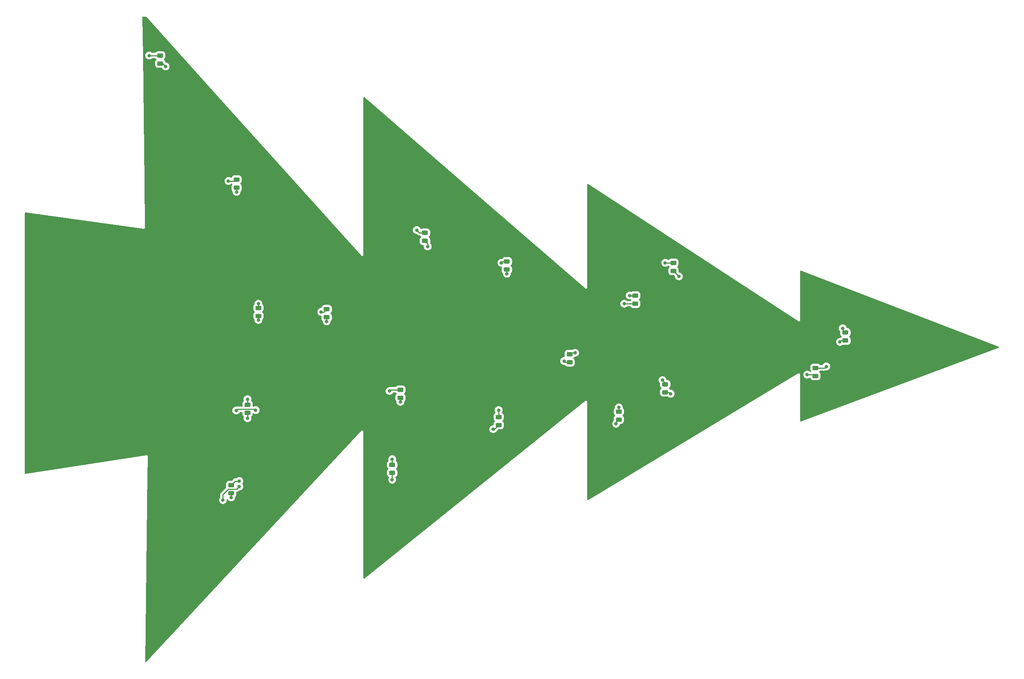
<source format=gbr>
%TF.GenerationSoftware,KiCad,Pcbnew,7.0.6-0*%
%TF.CreationDate,2023-08-23T00:03:35+02:00*%
%TF.ProjectId,tannenbaum,74616e6e-656e-4626-9175-6d2e6b696361,2.0*%
%TF.SameCoordinates,Original*%
%TF.FileFunction,Copper,L1,Top*%
%TF.FilePolarity,Positive*%
%FSLAX46Y46*%
G04 Gerber Fmt 4.6, Leading zero omitted, Abs format (unit mm)*
G04 Created by KiCad (PCBNEW 7.0.6-0) date 2023-08-23 00:03:35*
%MOMM*%
%LPD*%
G01*
G04 APERTURE LIST*
G04 Aperture macros list*
%AMRoundRect*
0 Rectangle with rounded corners*
0 $1 Rounding radius*
0 $2 $3 $4 $5 $6 $7 $8 $9 X,Y pos of 4 corners*
0 Add a 4 corners polygon primitive as box body*
4,1,4,$2,$3,$4,$5,$6,$7,$8,$9,$2,$3,0*
0 Add four circle primitives for the rounded corners*
1,1,$1+$1,$2,$3*
1,1,$1+$1,$4,$5*
1,1,$1+$1,$6,$7*
1,1,$1+$1,$8,$9*
0 Add four rect primitives between the rounded corners*
20,1,$1+$1,$2,$3,$4,$5,0*
20,1,$1+$1,$4,$5,$6,$7,0*
20,1,$1+$1,$6,$7,$8,$9,0*
20,1,$1+$1,$8,$9,$2,$3,0*%
G04 Aperture macros list end*
%TA.AperFunction,SMDPad,CuDef*%
%ADD10RoundRect,0.243750X0.456250X-0.243750X0.456250X0.243750X-0.456250X0.243750X-0.456250X-0.243750X0*%
%TD*%
%TA.AperFunction,SMDPad,CuDef*%
%ADD11RoundRect,0.243750X-0.456250X0.243750X-0.456250X-0.243750X0.456250X-0.243750X0.456250X0.243750X0*%
%TD*%
%TA.AperFunction,ViaPad*%
%ADD12C,0.800000*%
%TD*%
%TA.AperFunction,Conductor*%
%ADD13C,0.250000*%
%TD*%
G04 APERTURE END LIST*
D10*
%TO.P,D18,1,K*%
%TO.N,/B3 2-3*%
X187325000Y-77440000D03*
%TO.P,D18,2,A*%
%TO.N,/B3 1-2*%
X187325000Y-75565000D03*
%TD*%
%TO.P,D7,1,K*%
%TO.N,/CCV2*%
X121920000Y-124460000D03*
%TO.P,D7,2,A*%
%TO.N,/V2 2-3*%
X121920000Y-122585000D03*
%TD*%
D11*
%TO.P,D9,1,K*%
%TO.N,/V3 2-3*%
X185420000Y-103837500D03*
%TO.P,D9,2,A*%
%TO.N,/V3 1-2*%
X185420000Y-105712500D03*
%TD*%
D10*
%TO.P,D4,1,K*%
%TO.N,/CCV1*%
X178435000Y-85090000D03*
%TO.P,D4,2,A*%
%TO.N,/V1 2-3*%
X178435000Y-83215000D03*
%TD*%
D11*
%TO.P,D15,1,K*%
%TO.N,/B2 2-3*%
X146685000Y-111457500D03*
%TO.P,D15,2,A*%
%TO.N,/B2 1-2*%
X146685000Y-113332500D03*
%TD*%
D10*
%TO.P,D12,1,K*%
%TO.N,/B1 2-3*%
X90805000Y-87932500D03*
%TO.P,D12,2,A*%
%TO.N,/B1 1-2*%
X90805000Y-86057500D03*
%TD*%
%TO.P,D8,1,K*%
%TO.N,/V3 1-2*%
X227330000Y-93647500D03*
%TO.P,D8,2,A*%
%TO.N,/9V*%
X227330000Y-91772500D03*
%TD*%
%TO.P,D13,1,K*%
%TO.N,/CB1*%
X88265000Y-110490000D03*
%TO.P,D13,2,A*%
%TO.N,/B1 2-3*%
X88265000Y-108615000D03*
%TD*%
%TO.P,D11,1,K*%
%TO.N,/B1 1-2*%
X85725000Y-58087500D03*
%TO.P,D11,2,A*%
%TO.N,/9V*%
X85725000Y-56212500D03*
%TD*%
%TO.P,D2,1,K*%
%TO.N,/V1 1-2*%
X67945000Y-29180000D03*
%TO.P,D2,2,A*%
%TO.N,/9V*%
X67945000Y-27305000D03*
%TD*%
%TO.P,D19,1,K*%
%TO.N,/CB3*%
X220345000Y-101902500D03*
%TO.P,D19,2,A*%
%TO.N,/B3 2-3*%
X220345000Y-100027500D03*
%TD*%
D11*
%TO.P,D5,1,K*%
%TO.N,/V2 1-2*%
X84455000Y-127332500D03*
%TO.P,D5,2,A*%
%TO.N,/9V*%
X84455000Y-129207500D03*
%TD*%
D10*
%TO.P,D6,1,K*%
%TO.N,/V2 2-3*%
X106680000Y-88235000D03*
%TO.P,D6,2,A*%
%TO.N,/V2 1-2*%
X106680000Y-86360000D03*
%TD*%
%TO.P,D10,1,K*%
%TO.N,/CCV3*%
X163195000Y-98727500D03*
%TO.P,D10,2,A*%
%TO.N,/V3 2-3*%
X163195000Y-96852500D03*
%TD*%
%TO.P,D14,1,K*%
%TO.N,/B2 1-2*%
X123825000Y-106982500D03*
%TO.P,D14,2,A*%
%TO.N,/9V*%
X123825000Y-105107500D03*
%TD*%
D11*
%TO.P,D17,1,K*%
%TO.N,/B3 1-2*%
X174625000Y-110187500D03*
%TO.P,D17,2,A*%
%TO.N,/9V*%
X174625000Y-112062500D03*
%TD*%
D10*
%TO.P,D3,1,K*%
%TO.N,/V1 2-3*%
X129540000Y-70455000D03*
%TO.P,D3,2,A*%
%TO.N,/V1 1-2*%
X129540000Y-68580000D03*
%TD*%
D11*
%TO.P,D16,1,K*%
%TO.N,/CB2*%
X148590000Y-75262500D03*
%TO.P,D16,2,A*%
%TO.N,/B2 2-3*%
X148590000Y-77137500D03*
%TD*%
D12*
%TO.N,GND*%
X119380000Y-123825000D03*
X220345000Y-98425000D03*
X174625000Y-114300000D03*
X86995000Y-130175000D03*
%TO.N,/9V*%
X83820000Y-56515000D03*
X226695000Y-90805000D03*
X84455000Y-130175000D03*
X121285000Y-105410000D03*
X65405000Y-27305000D03*
X173990000Y-113030000D03*
%TO.N,/V1 1-2*%
X69215000Y-29845000D03*
X127635000Y-67945000D03*
%TO.N,/V2 1-2*%
X105410000Y-86995000D03*
X86360000Y-126365000D03*
%TO.N,/B1 1-2*%
X85725000Y-59055000D03*
X90805000Y-85090000D03*
%TO.N,/B2 1-2*%
X145415000Y-114300000D03*
X123825000Y-107950000D03*
%TO.N,/V1 2-3*%
X177165000Y-83185000D03*
X130175000Y-71755000D03*
%TO.N,/V2 2-3*%
X121920000Y-121285000D03*
X106680000Y-89202500D03*
%TO.N,/B1 2-3*%
X90805000Y-88900000D03*
X88265000Y-107315000D03*
%TO.N,/B2 2-3*%
X148590000Y-78105000D03*
X146685000Y-109855000D03*
%TO.N,/CCV1*%
X175895000Y-85090000D03*
%TO.N,/CCV2*%
X121920000Y-126062500D03*
%TO.N,/CB1*%
X88265000Y-111760000D03*
%TO.N,/CB2*%
X147320000Y-75565000D03*
%TO.N,/CMD*%
X86360000Y-127635000D03*
X82550000Y-130810000D03*
%TO.N,/{slash}CMD*%
X85635500Y-109944500D03*
X90170000Y-109855000D03*
%TO.N,/V3 1-2*%
X226060000Y-93980000D03*
X186690000Y-106045000D03*
%TO.N,/V3 2-3*%
X184785000Y-102870000D03*
X164465000Y-96520000D03*
%TO.N,/CCV3*%
X161925000Y-98425000D03*
%TO.N,/B3 1-2*%
X174625000Y-109220000D03*
X185420000Y-75565000D03*
%TO.N,/B3 2-3*%
X188595000Y-78740000D03*
X222885000Y-99695000D03*
%TO.N,/CB3*%
X218440000Y-101600000D03*
%TD*%
D13*
%TO.N,/9V*%
X226695000Y-91137500D02*
X227330000Y-91772500D01*
X83820000Y-56515000D02*
X85422500Y-56515000D01*
X173990000Y-113030000D02*
X173990000Y-112697500D01*
X67945000Y-27305000D02*
X65405000Y-27305000D01*
X85422500Y-56515000D02*
X85725000Y-56212500D01*
X226695000Y-90805000D02*
X226695000Y-91137500D01*
X84455000Y-130175000D02*
X84455000Y-129207500D01*
X121587500Y-105107500D02*
X123825000Y-105107500D01*
X121285000Y-105410000D02*
X121587500Y-105107500D01*
X173990000Y-112697500D02*
X174625000Y-112062500D01*
%TO.N,/V1 1-2*%
X128270000Y-68580000D02*
X127635000Y-67945000D01*
X68550000Y-29180000D02*
X69215000Y-29845000D01*
X67945000Y-29180000D02*
X68550000Y-29180000D01*
X129540000Y-68580000D02*
X128270000Y-68580000D01*
%TO.N,/V2 1-2*%
X86360000Y-126365000D02*
X85422500Y-126365000D01*
X85422500Y-126365000D02*
X84455000Y-127332500D01*
X105410000Y-86995000D02*
X106045000Y-86995000D01*
X106045000Y-86995000D02*
X106680000Y-86360000D01*
%TO.N,/B1 1-2*%
X90805000Y-85090000D02*
X90805000Y-86057500D01*
X85725000Y-58087500D02*
X85725000Y-59055000D01*
%TO.N,/B2 1-2*%
X145415000Y-114300000D02*
X145717500Y-114300000D01*
X145717500Y-114300000D02*
X146685000Y-113332500D01*
X123825000Y-106982500D02*
X123825000Y-107950000D01*
%TO.N,/V1 2-3*%
X178405000Y-83185000D02*
X178435000Y-83215000D01*
X177165000Y-83185000D02*
X178405000Y-83185000D01*
X130175000Y-71090000D02*
X129540000Y-70455000D01*
X130175000Y-71755000D02*
X130175000Y-71090000D01*
%TO.N,/V2 2-3*%
X106680000Y-88235000D02*
X106680000Y-89202500D01*
X121920000Y-121285000D02*
X121920000Y-122585000D01*
%TO.N,/B1 2-3*%
X88265000Y-107315000D02*
X88265000Y-108615000D01*
X90805000Y-87932500D02*
X90805000Y-88900000D01*
%TO.N,/B2 2-3*%
X148590000Y-78105000D02*
X148590000Y-77137500D01*
X146685000Y-111457500D02*
X146685000Y-109855000D01*
%TO.N,/CCV1*%
X178435000Y-85090000D02*
X175895000Y-85090000D01*
%TO.N,/CCV2*%
X121920000Y-124460000D02*
X121920000Y-126062500D01*
%TO.N,/CB1*%
X88265000Y-110490000D02*
X88265000Y-111760000D01*
%TO.N,/CB2*%
X147622500Y-75262500D02*
X147320000Y-75565000D01*
X148590000Y-75262500D02*
X147622500Y-75262500D01*
%TO.N,/CMD*%
X85725000Y-128270000D02*
X86360000Y-127635000D01*
X82550000Y-130810000D02*
X82550000Y-129540000D01*
X83820000Y-128270000D02*
X85725000Y-128270000D01*
X82550000Y-129540000D02*
X83820000Y-128270000D01*
%TO.N,/{slash}CMD*%
X89992500Y-109677500D02*
X90170000Y-109855000D01*
X85902500Y-109677500D02*
X89992500Y-109677500D01*
X85635500Y-109944500D02*
X85902500Y-109677500D01*
%TO.N,/V3 1-2*%
X185420000Y-105712500D02*
X186357500Y-105712500D01*
X227330000Y-93647500D02*
X226392500Y-93647500D01*
X226392500Y-93647500D02*
X226060000Y-93980000D01*
X186357500Y-105712500D02*
X186690000Y-106045000D01*
%TO.N,/V3 2-3*%
X185420000Y-103837500D02*
X185420000Y-103505000D01*
X164465000Y-96520000D02*
X163527500Y-96520000D01*
X185420000Y-103505000D02*
X184785000Y-102870000D01*
X163527500Y-96520000D02*
X163195000Y-96852500D01*
%TO.N,/CCV3*%
X163195000Y-98727500D02*
X162227500Y-98727500D01*
X162227500Y-98727500D02*
X161925000Y-98425000D01*
%TO.N,/B3 1-2*%
X174625000Y-110187500D02*
X174625000Y-109220000D01*
X187325000Y-75565000D02*
X185420000Y-75565000D01*
%TO.N,/B3 2-3*%
X222552500Y-100027500D02*
X222885000Y-99695000D01*
X220345000Y-100027500D02*
X222552500Y-100027500D01*
X188595000Y-78710000D02*
X187325000Y-77440000D01*
X188595000Y-78740000D02*
X188595000Y-78710000D01*
%TO.N,/CB3*%
X218440000Y-101600000D02*
X220042500Y-101600000D01*
X220042500Y-101600000D02*
X220345000Y-101902500D01*
%TD*%
%TA.AperFunction,Conductor*%
%TO.N,GND*%
G36*
X64628102Y-18272258D02*
G01*
X64694881Y-18292795D01*
X64718680Y-18313291D01*
X81588043Y-37057028D01*
X114686239Y-73832802D01*
X114699496Y-73850474D01*
X114709079Y-73865950D01*
X114709078Y-73865950D01*
X114753117Y-73899206D01*
X114797017Y-73932800D01*
X114797967Y-73933273D01*
X114798708Y-73933647D01*
X114798733Y-73933654D01*
X114798736Y-73933656D01*
X114851909Y-73948785D01*
X114904850Y-73964214D01*
X114904851Y-73964213D01*
X114904879Y-73964222D01*
X114905944Y-73964322D01*
X114906767Y-73964403D01*
X114906791Y-73964400D01*
X114906793Y-73964401D01*
X114961909Y-73959293D01*
X115016782Y-73954562D01*
X115016782Y-73954561D01*
X115016813Y-73954559D01*
X115017945Y-73954238D01*
X115018642Y-73954044D01*
X115068131Y-73929400D01*
X115117686Y-73905120D01*
X115118458Y-73904538D01*
X115119211Y-73903975D01*
X115119225Y-73903959D01*
X115119228Y-73903958D01*
X115156435Y-73863143D01*
X115193883Y-73822589D01*
X115193884Y-73822585D01*
X115193904Y-73822564D01*
X115194454Y-73821678D01*
X115194906Y-73820956D01*
X115194914Y-73820935D01*
X115194916Y-73820933D01*
X115214879Y-73769400D01*
X115235135Y-73718090D01*
X115235135Y-73718088D01*
X115235144Y-73718066D01*
X115235318Y-73717139D01*
X115235500Y-73716197D01*
X115235500Y-73660899D01*
X115235906Y-73597233D01*
X115235499Y-73592681D01*
X115235499Y-67945000D01*
X126729540Y-67945000D01*
X126749326Y-68133256D01*
X126749327Y-68133259D01*
X126807818Y-68313277D01*
X126807821Y-68313284D01*
X126902467Y-68477216D01*
X127029129Y-68617887D01*
X127029129Y-68617888D01*
X127182265Y-68729148D01*
X127182270Y-68729151D01*
X127355192Y-68806142D01*
X127355197Y-68806144D01*
X127540354Y-68845500D01*
X127599548Y-68845500D01*
X127666587Y-68865185D01*
X127687229Y-68881819D01*
X127769194Y-68963784D01*
X127779019Y-68976048D01*
X127779240Y-68975866D01*
X127784210Y-68981873D01*
X127784213Y-68981876D01*
X127784214Y-68981877D01*
X127834651Y-69029241D01*
X127855530Y-69050120D01*
X127861004Y-69054366D01*
X127865442Y-69058156D01*
X127899418Y-69090062D01*
X127899422Y-69090064D01*
X127916973Y-69099713D01*
X127933231Y-69110392D01*
X127949064Y-69122674D01*
X127971015Y-69132172D01*
X127991837Y-69141183D01*
X127997081Y-69143752D01*
X128037908Y-69166197D01*
X128057312Y-69171179D01*
X128075710Y-69177478D01*
X128094105Y-69185438D01*
X128140129Y-69192726D01*
X128145832Y-69193907D01*
X128190981Y-69205500D01*
X128211016Y-69205500D01*
X128230413Y-69207026D01*
X128250196Y-69210160D01*
X128296583Y-69205775D01*
X128302422Y-69205500D01*
X128375571Y-69205500D01*
X128442610Y-69225185D01*
X128481110Y-69264404D01*
X128495973Y-69288502D01*
X128618996Y-69411525D01*
X128619000Y-69411528D01*
X128619703Y-69411962D01*
X128620083Y-69412385D01*
X128624664Y-69416007D01*
X128624045Y-69416789D01*
X128666428Y-69463910D01*
X128677649Y-69532872D01*
X128649806Y-69596954D01*
X128624544Y-69618842D01*
X128624664Y-69618993D01*
X128621315Y-69621640D01*
X128619703Y-69623038D01*
X128619000Y-69623471D01*
X128618996Y-69623474D01*
X128495974Y-69746496D01*
X128495971Y-69746500D01*
X128404642Y-69894566D01*
X128404637Y-69894577D01*
X128349913Y-70059723D01*
X128339500Y-70161644D01*
X128339500Y-70748355D01*
X128349913Y-70850276D01*
X128404637Y-71015422D01*
X128404642Y-71015433D01*
X128495971Y-71163499D01*
X128495974Y-71163503D01*
X128618996Y-71286525D01*
X128619000Y-71286528D01*
X128767066Y-71377857D01*
X128767069Y-71377858D01*
X128767075Y-71377862D01*
X128932225Y-71432587D01*
X129034152Y-71443000D01*
X129164617Y-71443000D01*
X129231656Y-71462685D01*
X129277411Y-71515489D01*
X129287937Y-71579957D01*
X129269540Y-71755000D01*
X129289326Y-71943256D01*
X129289327Y-71943259D01*
X129347818Y-72123277D01*
X129347821Y-72123284D01*
X129442467Y-72287216D01*
X129569129Y-72427887D01*
X129569129Y-72427888D01*
X129722265Y-72539148D01*
X129722270Y-72539151D01*
X129895192Y-72616142D01*
X129895197Y-72616144D01*
X130080354Y-72655500D01*
X130080355Y-72655500D01*
X130269644Y-72655500D01*
X130269646Y-72655500D01*
X130454803Y-72616144D01*
X130627730Y-72539151D01*
X130780871Y-72427888D01*
X130907533Y-72287216D01*
X131002179Y-72123284D01*
X131060674Y-71943256D01*
X131080460Y-71755000D01*
X131060674Y-71566744D01*
X131002179Y-71386716D01*
X130907533Y-71222784D01*
X130832350Y-71139284D01*
X130802120Y-71076292D01*
X130800500Y-71056312D01*
X130800500Y-71050656D01*
X130800500Y-71050650D01*
X130799631Y-71043779D01*
X130799173Y-71037952D01*
X130797710Y-70991373D01*
X130792119Y-70972130D01*
X130788173Y-70953078D01*
X130785664Y-70933208D01*
X130768504Y-70889867D01*
X130766624Y-70884379D01*
X130753618Y-70839610D01*
X130753616Y-70839606D01*
X130750518Y-70832445D01*
X130752518Y-70831579D01*
X130738072Y-70774672D01*
X130738630Y-70766649D01*
X130740499Y-70748362D01*
X130740500Y-70748344D01*
X130740500Y-70161657D01*
X130740499Y-70161644D01*
X130730087Y-70059725D01*
X130675362Y-69894575D01*
X130675358Y-69894569D01*
X130675357Y-69894566D01*
X130584028Y-69746500D01*
X130584025Y-69746496D01*
X130461004Y-69623475D01*
X130461003Y-69623474D01*
X130460301Y-69623041D01*
X130459921Y-69622618D01*
X130455336Y-69618993D01*
X130455955Y-69618209D01*
X130413575Y-69571098D01*
X130402349Y-69502136D01*
X130430188Y-69438052D01*
X130455455Y-69416157D01*
X130455336Y-69416007D01*
X130458687Y-69413356D01*
X130460299Y-69411959D01*
X130461003Y-69411526D01*
X130584026Y-69288503D01*
X130675362Y-69140425D01*
X130730087Y-68975275D01*
X130740500Y-68873348D01*
X130740500Y-68286652D01*
X130730087Y-68184725D01*
X130675362Y-68019575D01*
X130675358Y-68019569D01*
X130675357Y-68019566D01*
X130584028Y-67871500D01*
X130584025Y-67871496D01*
X130461003Y-67748474D01*
X130460999Y-67748471D01*
X130312933Y-67657142D01*
X130312927Y-67657139D01*
X130312925Y-67657138D01*
X130292383Y-67650331D01*
X130147776Y-67602413D01*
X130045855Y-67592000D01*
X130045848Y-67592000D01*
X129034152Y-67592000D01*
X129034144Y-67592000D01*
X128932223Y-67602413D01*
X128767077Y-67657137D01*
X128767068Y-67657141D01*
X128669125Y-67717553D01*
X128601733Y-67735993D01*
X128535069Y-67715070D01*
X128490300Y-67661428D01*
X128486098Y-67650331D01*
X128462182Y-67576724D01*
X128462180Y-67576720D01*
X128462179Y-67576716D01*
X128367533Y-67412784D01*
X128240871Y-67272112D01*
X128233608Y-67266835D01*
X128087734Y-67160851D01*
X128087729Y-67160848D01*
X127914807Y-67083857D01*
X127914802Y-67083855D01*
X127769000Y-67052865D01*
X127729646Y-67044500D01*
X127540354Y-67044500D01*
X127507897Y-67051398D01*
X127355197Y-67083855D01*
X127355192Y-67083857D01*
X127182270Y-67160848D01*
X127182265Y-67160851D01*
X127029129Y-67272111D01*
X126902466Y-67412785D01*
X126807821Y-67576715D01*
X126807818Y-67576722D01*
X126762060Y-67717553D01*
X126749326Y-67756744D01*
X126729540Y-67945000D01*
X115235499Y-67945000D01*
X115235499Y-55234913D01*
X115235499Y-37124063D01*
X115255184Y-37057028D01*
X115307988Y-37011273D01*
X115377146Y-37001329D01*
X115440667Y-37030324D01*
X141095043Y-59243259D01*
X166729126Y-81438624D01*
X166759342Y-81464786D01*
X166770665Y-81478072D01*
X166771339Y-81477459D01*
X166779082Y-81485953D01*
X166814241Y-81512504D01*
X166817461Y-81515109D01*
X166825571Y-81522131D01*
X166829349Y-81525402D01*
X166834090Y-81528172D01*
X166834902Y-81528647D01*
X166840987Y-81532701D01*
X166868736Y-81553656D01*
X166871116Y-81554333D01*
X166899748Y-81566538D01*
X166901891Y-81567791D01*
X166936214Y-81573302D01*
X166943343Y-81574883D01*
X166976793Y-81584401D01*
X166979260Y-81584172D01*
X167010367Y-81585211D01*
X167012816Y-81585605D01*
X167046823Y-81578342D01*
X167054031Y-81577242D01*
X167088660Y-81574035D01*
X167090881Y-81572928D01*
X167120266Y-81562660D01*
X167122686Y-81562144D01*
X167151762Y-81543094D01*
X167158100Y-81539457D01*
X167189228Y-81523958D01*
X167190898Y-81522125D01*
X167214589Y-81501936D01*
X167216661Y-81500579D01*
X167236893Y-81472312D01*
X167241496Y-81466622D01*
X167243170Y-81464786D01*
X167264916Y-81440933D01*
X167265811Y-81438621D01*
X167280613Y-81411230D01*
X167282050Y-81409223D01*
X167290707Y-81375543D01*
X167292931Y-81368615D01*
X167305500Y-81336173D01*
X167305500Y-81333689D01*
X167309406Y-81302813D01*
X167310022Y-81300415D01*
X167305931Y-81265899D01*
X167305500Y-81258595D01*
X167305500Y-75565000D01*
X184514540Y-75565000D01*
X184534326Y-75753256D01*
X184534327Y-75753259D01*
X184592818Y-75933277D01*
X184592821Y-75933284D01*
X184687467Y-76097216D01*
X184789185Y-76210185D01*
X184814129Y-76237888D01*
X184967265Y-76349148D01*
X184967270Y-76349151D01*
X185140192Y-76426142D01*
X185140197Y-76426144D01*
X185325354Y-76465500D01*
X185325355Y-76465500D01*
X185514644Y-76465500D01*
X185514646Y-76465500D01*
X185699803Y-76426144D01*
X185872730Y-76349151D01*
X186025871Y-76237888D01*
X186028788Y-76234647D01*
X186031600Y-76231526D01*
X186091087Y-76194879D01*
X186123748Y-76190500D01*
X186160571Y-76190500D01*
X186227610Y-76210185D01*
X186266108Y-76249402D01*
X186274381Y-76262814D01*
X186280973Y-76273502D01*
X186403996Y-76396525D01*
X186404000Y-76396528D01*
X186404703Y-76396962D01*
X186405083Y-76397385D01*
X186409664Y-76401007D01*
X186409045Y-76401789D01*
X186451428Y-76448910D01*
X186462649Y-76517872D01*
X186434806Y-76581954D01*
X186409544Y-76603842D01*
X186409664Y-76603993D01*
X186406315Y-76606640D01*
X186404703Y-76608038D01*
X186404000Y-76608471D01*
X186403996Y-76608474D01*
X186280974Y-76731496D01*
X186280971Y-76731500D01*
X186189642Y-76879566D01*
X186189637Y-76879577D01*
X186134913Y-77044723D01*
X186124500Y-77146644D01*
X186124500Y-77733355D01*
X186134913Y-77835276D01*
X186189637Y-78000422D01*
X186189642Y-78000433D01*
X186280971Y-78148499D01*
X186280974Y-78148503D01*
X186403996Y-78271525D01*
X186404000Y-78271528D01*
X186552066Y-78362857D01*
X186552069Y-78362858D01*
X186552075Y-78362862D01*
X186717225Y-78417587D01*
X186819152Y-78428000D01*
X187377048Y-78428000D01*
X187444087Y-78447685D01*
X187464728Y-78464318D01*
X187653222Y-78652812D01*
X187686706Y-78714134D01*
X187688792Y-78733544D01*
X187688861Y-78733537D01*
X187689540Y-78739998D01*
X187689540Y-78740000D01*
X187709326Y-78928256D01*
X187709327Y-78928259D01*
X187767818Y-79108277D01*
X187767821Y-79108284D01*
X187862467Y-79272216D01*
X187989128Y-79412887D01*
X187989129Y-79412888D01*
X188142265Y-79524148D01*
X188142270Y-79524151D01*
X188315192Y-79601142D01*
X188315197Y-79601144D01*
X188500354Y-79640500D01*
X188500355Y-79640500D01*
X188689644Y-79640500D01*
X188689646Y-79640500D01*
X188874803Y-79601144D01*
X189047730Y-79524151D01*
X189200871Y-79412888D01*
X189327533Y-79272216D01*
X189422179Y-79108284D01*
X189480674Y-78928256D01*
X189500460Y-78740000D01*
X189480674Y-78551744D01*
X189422179Y-78371716D01*
X189327533Y-78207784D01*
X189200871Y-78067112D01*
X189200870Y-78067111D01*
X189047734Y-77955851D01*
X189047729Y-77955848D01*
X188874807Y-77878857D01*
X188874802Y-77878855D01*
X188720240Y-77846003D01*
X188689646Y-77839500D01*
X188689645Y-77839500D01*
X188660453Y-77839500D01*
X188593414Y-77819815D01*
X188572772Y-77803181D01*
X188561818Y-77792227D01*
X188528333Y-77730904D01*
X188525500Y-77704555D01*
X188525500Y-77146652D01*
X188515087Y-77044725D01*
X188460362Y-76879575D01*
X188460358Y-76879569D01*
X188460357Y-76879566D01*
X188369028Y-76731500D01*
X188369025Y-76731496D01*
X188246004Y-76608475D01*
X188246003Y-76608474D01*
X188245301Y-76608041D01*
X188244921Y-76607618D01*
X188240336Y-76603993D01*
X188240955Y-76603209D01*
X188198575Y-76556098D01*
X188187349Y-76487136D01*
X188215188Y-76423052D01*
X188240455Y-76401157D01*
X188240336Y-76401007D01*
X188243687Y-76398356D01*
X188245299Y-76396959D01*
X188246003Y-76396526D01*
X188369026Y-76273503D01*
X188460362Y-76125425D01*
X188515087Y-75960275D01*
X188525500Y-75858348D01*
X188525500Y-75271652D01*
X188515087Y-75169725D01*
X188460362Y-75004575D01*
X188460358Y-75004569D01*
X188460357Y-75004566D01*
X188369028Y-74856500D01*
X188369025Y-74856496D01*
X188246003Y-74733474D01*
X188245999Y-74733471D01*
X188097933Y-74642142D01*
X188097927Y-74642139D01*
X188097925Y-74642138D01*
X188097922Y-74642137D01*
X187932776Y-74587413D01*
X187830855Y-74577000D01*
X187830848Y-74577000D01*
X186819152Y-74577000D01*
X186819144Y-74577000D01*
X186717223Y-74587413D01*
X186552077Y-74642137D01*
X186552066Y-74642142D01*
X186404000Y-74733471D01*
X186403996Y-74733474D01*
X186280973Y-74856497D01*
X186266110Y-74880596D01*
X186214163Y-74927321D01*
X186160571Y-74939500D01*
X186123748Y-74939500D01*
X186056709Y-74919815D01*
X186031600Y-74898474D01*
X186025873Y-74892114D01*
X186025869Y-74892110D01*
X185872734Y-74780851D01*
X185872729Y-74780848D01*
X185699807Y-74703857D01*
X185699802Y-74703855D01*
X185554001Y-74672865D01*
X185514646Y-74664500D01*
X185325354Y-74664500D01*
X185292897Y-74671398D01*
X185140197Y-74703855D01*
X185140192Y-74703857D01*
X184967270Y-74780848D01*
X184967265Y-74780851D01*
X184814129Y-74892111D01*
X184687466Y-75032785D01*
X184592821Y-75196715D01*
X184592818Y-75196722D01*
X184534327Y-75376740D01*
X184534326Y-75376744D01*
X184514540Y-75565000D01*
X167305500Y-75565000D01*
X167305500Y-57299744D01*
X167325185Y-57232705D01*
X167377989Y-57186950D01*
X167447147Y-57177006D01*
X167497358Y-57195959D01*
X200792935Y-78966144D01*
X216360274Y-89144789D01*
X216363706Y-89147202D01*
X216398736Y-89173656D01*
X216432341Y-89183217D01*
X216439177Y-89185602D01*
X216471430Y-89199022D01*
X216473707Y-89199078D01*
X216504593Y-89203775D01*
X216506793Y-89204401D01*
X216541576Y-89201177D01*
X216548811Y-89200932D01*
X216583742Y-89201795D01*
X216585890Y-89201023D01*
X216616383Y-89194245D01*
X216618660Y-89194035D01*
X216649925Y-89178465D01*
X216656595Y-89175618D01*
X216689472Y-89163807D01*
X216691191Y-89162315D01*
X216717191Y-89144972D01*
X216719228Y-89143958D01*
X216742767Y-89118135D01*
X216747940Y-89113089D01*
X216774338Y-89090192D01*
X216775406Y-89088171D01*
X216793376Y-89062621D01*
X216794916Y-89060933D01*
X216807536Y-89028354D01*
X216810541Y-89021771D01*
X216826882Y-88990890D01*
X216827149Y-88988614D01*
X216834674Y-88958303D01*
X216835500Y-88956173D01*
X216835500Y-88921243D01*
X216835925Y-88913996D01*
X216837571Y-88899998D01*
X216840004Y-88879313D01*
X216839430Y-88877091D01*
X216835500Y-88846124D01*
X216835500Y-77454267D01*
X216855185Y-77387229D01*
X216907989Y-77341474D01*
X216977147Y-77331530D01*
X217004216Y-77338612D01*
X262657809Y-94991334D01*
X263009657Y-95127382D01*
X263065086Y-95169919D01*
X263088718Y-95235671D01*
X263073051Y-95303761D01*
X263023058Y-95352572D01*
X263008307Y-95359205D01*
X217002870Y-112534569D01*
X216933179Y-112539575D01*
X216871846Y-112506109D01*
X216838342Y-112444797D01*
X216835500Y-112418401D01*
X216835500Y-101618962D01*
X216835838Y-101612491D01*
X216837148Y-101600000D01*
X217534540Y-101600000D01*
X217554326Y-101788256D01*
X217554327Y-101788259D01*
X217612818Y-101968277D01*
X217612821Y-101968284D01*
X217707467Y-102132216D01*
X217764762Y-102195848D01*
X217834129Y-102272888D01*
X217987265Y-102384148D01*
X217987270Y-102384151D01*
X218160192Y-102461142D01*
X218160197Y-102461144D01*
X218345354Y-102500500D01*
X218345355Y-102500500D01*
X218534644Y-102500500D01*
X218534646Y-102500500D01*
X218719803Y-102461144D01*
X218892730Y-102384151D01*
X218989875Y-102313571D01*
X219055679Y-102290091D01*
X219123733Y-102305916D01*
X219172428Y-102356021D01*
X219180465Y-102374885D01*
X219209637Y-102462922D01*
X219209642Y-102462933D01*
X219300971Y-102610999D01*
X219300974Y-102611003D01*
X219423996Y-102734025D01*
X219424000Y-102734028D01*
X219572066Y-102825357D01*
X219572069Y-102825358D01*
X219572075Y-102825362D01*
X219737225Y-102880087D01*
X219839152Y-102890500D01*
X219839157Y-102890500D01*
X220850843Y-102890500D01*
X220850848Y-102890500D01*
X220952775Y-102880087D01*
X221117925Y-102825362D01*
X221266003Y-102734026D01*
X221389026Y-102611003D01*
X221480362Y-102462925D01*
X221535087Y-102297775D01*
X221545500Y-102195848D01*
X221545500Y-101609152D01*
X221535087Y-101507225D01*
X221480362Y-101342075D01*
X221480358Y-101342069D01*
X221480357Y-101342066D01*
X221389028Y-101194000D01*
X221389025Y-101193996D01*
X221266004Y-101070975D01*
X221266003Y-101070974D01*
X221265301Y-101070541D01*
X221264921Y-101070118D01*
X221260336Y-101066493D01*
X221260955Y-101065709D01*
X221218575Y-101018598D01*
X221207349Y-100949636D01*
X221235188Y-100885552D01*
X221260455Y-100863657D01*
X221260336Y-100863507D01*
X221263687Y-100860856D01*
X221265299Y-100859459D01*
X221266003Y-100859026D01*
X221389026Y-100736003D01*
X221403891Y-100711903D01*
X221455837Y-100665179D01*
X221509429Y-100653000D01*
X222469757Y-100653000D01*
X222485377Y-100654724D01*
X222485404Y-100654439D01*
X222493160Y-100655171D01*
X222493167Y-100655173D01*
X222562314Y-100653000D01*
X222591850Y-100653000D01*
X222598728Y-100652130D01*
X222604541Y-100651672D01*
X222651127Y-100650209D01*
X222670369Y-100644617D01*
X222689412Y-100640674D01*
X222709292Y-100638164D01*
X222752622Y-100621007D01*
X222758146Y-100619117D01*
X222760103Y-100618548D01*
X222802890Y-100606118D01*
X222802897Y-100606113D01*
X222803856Y-100605700D01*
X222805498Y-100605359D01*
X222810382Y-100603941D01*
X222810493Y-100604325D01*
X222853105Y-100595500D01*
X222979644Y-100595500D01*
X222979646Y-100595500D01*
X223164803Y-100556144D01*
X223337730Y-100479151D01*
X223490871Y-100367888D01*
X223617533Y-100227216D01*
X223712179Y-100063284D01*
X223770674Y-99883256D01*
X223790460Y-99695000D01*
X223770674Y-99506744D01*
X223712179Y-99326716D01*
X223617533Y-99162784D01*
X223490871Y-99022112D01*
X223489141Y-99020855D01*
X223337734Y-98910851D01*
X223337729Y-98910848D01*
X223164807Y-98833857D01*
X223164802Y-98833855D01*
X223019000Y-98802865D01*
X222979646Y-98794500D01*
X222790354Y-98794500D01*
X222757897Y-98801398D01*
X222605197Y-98833855D01*
X222605192Y-98833857D01*
X222432270Y-98910848D01*
X222432265Y-98910851D01*
X222279129Y-99022111D01*
X222152465Y-99162785D01*
X222057821Y-99326713D01*
X222057059Y-99328427D01*
X222056352Y-99329258D01*
X222054571Y-99332344D01*
X222054006Y-99332018D01*
X222011813Y-99381668D01*
X221944966Y-99401994D01*
X221943776Y-99402000D01*
X221509429Y-99402000D01*
X221442390Y-99382315D01*
X221403890Y-99343096D01*
X221399328Y-99335700D01*
X221389026Y-99318997D01*
X221266003Y-99195974D01*
X221265999Y-99195971D01*
X221117933Y-99104642D01*
X221117927Y-99104639D01*
X221117925Y-99104638D01*
X221097555Y-99097888D01*
X220952776Y-99049913D01*
X220850855Y-99039500D01*
X220850848Y-99039500D01*
X219839152Y-99039500D01*
X219839144Y-99039500D01*
X219737223Y-99049913D01*
X219572077Y-99104637D01*
X219572066Y-99104642D01*
X219424000Y-99195971D01*
X219423996Y-99195974D01*
X219300974Y-99318996D01*
X219300971Y-99319000D01*
X219209642Y-99467066D01*
X219209637Y-99467077D01*
X219154913Y-99632223D01*
X219144500Y-99734144D01*
X219144500Y-100320855D01*
X219154913Y-100422776D01*
X219209637Y-100587922D01*
X219209642Y-100587933D01*
X219300971Y-100735999D01*
X219300974Y-100736003D01*
X219327790Y-100762819D01*
X219361275Y-100824142D01*
X219356291Y-100893834D01*
X219314419Y-100949767D01*
X219248955Y-100974184D01*
X219240109Y-100974500D01*
X219143748Y-100974500D01*
X219076709Y-100954815D01*
X219051600Y-100933474D01*
X219045873Y-100927114D01*
X219045869Y-100927110D01*
X218892734Y-100815851D01*
X218892729Y-100815848D01*
X218719807Y-100738857D01*
X218719802Y-100738855D01*
X218574001Y-100707865D01*
X218534646Y-100699500D01*
X218345354Y-100699500D01*
X218312897Y-100706398D01*
X218160197Y-100738855D01*
X218160192Y-100738857D01*
X217987270Y-100815848D01*
X217987265Y-100815851D01*
X217834129Y-100927111D01*
X217707466Y-101067785D01*
X217612821Y-101231715D01*
X217612818Y-101231722D01*
X217554327Y-101411740D01*
X217554326Y-101411744D01*
X217534540Y-101600000D01*
X216837148Y-101600000D01*
X216839720Y-101575477D01*
X216828817Y-101535321D01*
X216827707Y-101530468D01*
X216823362Y-101507225D01*
X216820061Y-101489567D01*
X216820059Y-101489565D01*
X216815909Y-101478849D01*
X216816241Y-101478720D01*
X216815601Y-101477247D01*
X216815281Y-101477402D01*
X216810285Y-101467057D01*
X216785613Y-101433552D01*
X216782824Y-101429426D01*
X216760919Y-101394048D01*
X216753176Y-101385554D01*
X216753437Y-101385315D01*
X216752307Y-101384171D01*
X216752065Y-101384431D01*
X216743668Y-101376587D01*
X216708550Y-101354251D01*
X216704460Y-101351412D01*
X216671261Y-101326341D01*
X216660980Y-101321222D01*
X216661136Y-101320906D01*
X216659666Y-101320246D01*
X216659535Y-101320574D01*
X216648872Y-101316294D01*
X216608063Y-101308153D01*
X216603226Y-101306984D01*
X216563209Y-101295599D01*
X216551768Y-101294539D01*
X216551800Y-101294186D01*
X216550191Y-101294102D01*
X216550187Y-101294456D01*
X216538697Y-101294316D01*
X216497703Y-101301467D01*
X216492771Y-101302124D01*
X216451343Y-101305964D01*
X216440295Y-101309108D01*
X216440198Y-101308768D01*
X216438661Y-101309273D01*
X216438784Y-101309603D01*
X216428022Y-101313623D01*
X216392382Y-101335098D01*
X216388019Y-101337494D01*
X216350774Y-101356039D01*
X216341606Y-101362963D01*
X216341392Y-101362680D01*
X216326952Y-101374523D01*
X167493498Y-130799811D01*
X167425917Y-130817550D01*
X167359475Y-130795937D01*
X167315264Y-130741833D01*
X167305500Y-130693602D01*
X167305500Y-113030000D01*
X173084540Y-113030000D01*
X173104326Y-113218256D01*
X173104327Y-113218259D01*
X173162818Y-113398277D01*
X173162821Y-113398284D01*
X173257467Y-113562216D01*
X173314762Y-113625848D01*
X173384129Y-113702888D01*
X173537265Y-113814148D01*
X173537270Y-113814151D01*
X173710192Y-113891142D01*
X173710197Y-113891144D01*
X173895354Y-113930500D01*
X173895355Y-113930500D01*
X174084644Y-113930500D01*
X174084646Y-113930500D01*
X174269803Y-113891144D01*
X174442730Y-113814151D01*
X174595871Y-113702888D01*
X174722533Y-113562216D01*
X174817179Y-113398284D01*
X174875674Y-113218256D01*
X174881634Y-113161539D01*
X174908219Y-113096925D01*
X174965516Y-113056939D01*
X175004956Y-113050500D01*
X175130843Y-113050500D01*
X175130848Y-113050500D01*
X175232775Y-113040087D01*
X175397925Y-112985362D01*
X175546003Y-112894026D01*
X175669026Y-112771003D01*
X175760362Y-112622925D01*
X175815087Y-112457775D01*
X175825500Y-112355848D01*
X175825500Y-111769152D01*
X175815087Y-111667225D01*
X175760362Y-111502075D01*
X175760358Y-111502069D01*
X175760357Y-111502066D01*
X175669028Y-111354000D01*
X175669025Y-111353996D01*
X175546004Y-111230975D01*
X175546003Y-111230974D01*
X175545301Y-111230541D01*
X175544921Y-111230118D01*
X175540336Y-111226493D01*
X175540955Y-111225709D01*
X175498575Y-111178598D01*
X175487349Y-111109636D01*
X175515188Y-111045552D01*
X175540455Y-111023657D01*
X175540336Y-111023507D01*
X175543687Y-111020856D01*
X175545299Y-111019459D01*
X175546003Y-111019026D01*
X175669026Y-110896003D01*
X175760362Y-110747925D01*
X175815087Y-110582775D01*
X175825500Y-110480848D01*
X175825500Y-109894152D01*
X175815087Y-109792225D01*
X175760362Y-109627075D01*
X175760358Y-109627069D01*
X175760357Y-109627066D01*
X175669028Y-109479000D01*
X175669027Y-109478999D01*
X175669026Y-109478997D01*
X175560826Y-109370797D01*
X175527343Y-109309475D01*
X175525188Y-109270157D01*
X175530460Y-109220000D01*
X175510674Y-109031744D01*
X175452179Y-108851716D01*
X175357533Y-108687784D01*
X175230871Y-108547112D01*
X175230870Y-108547111D01*
X175077734Y-108435851D01*
X175077729Y-108435848D01*
X174904807Y-108358857D01*
X174904802Y-108358855D01*
X174759001Y-108327865D01*
X174719646Y-108319500D01*
X174530354Y-108319500D01*
X174497897Y-108326398D01*
X174345197Y-108358855D01*
X174345192Y-108358857D01*
X174172270Y-108435848D01*
X174172265Y-108435851D01*
X174019129Y-108547111D01*
X173892466Y-108687785D01*
X173797821Y-108851715D01*
X173797818Y-108851722D01*
X173739327Y-109031740D01*
X173739326Y-109031744D01*
X173725809Y-109160351D01*
X173719540Y-109220000D01*
X173724811Y-109270157D01*
X173712241Y-109338887D01*
X173689172Y-109370797D01*
X173580974Y-109478996D01*
X173580971Y-109479000D01*
X173489642Y-109627066D01*
X173489637Y-109627077D01*
X173434913Y-109792223D01*
X173424500Y-109894144D01*
X173424500Y-110480855D01*
X173434913Y-110582776D01*
X173489637Y-110747922D01*
X173489642Y-110747933D01*
X173580971Y-110895999D01*
X173580974Y-110896003D01*
X173703996Y-111019025D01*
X173704000Y-111019028D01*
X173704703Y-111019462D01*
X173705083Y-111019885D01*
X173709664Y-111023507D01*
X173709045Y-111024289D01*
X173751428Y-111071410D01*
X173762649Y-111140372D01*
X173734806Y-111204454D01*
X173709544Y-111226342D01*
X173709664Y-111226493D01*
X173706315Y-111229140D01*
X173704703Y-111230538D01*
X173704000Y-111230971D01*
X173703996Y-111230974D01*
X173580974Y-111353996D01*
X173580971Y-111354000D01*
X173489642Y-111502066D01*
X173489637Y-111502077D01*
X173434913Y-111667223D01*
X173424500Y-111769144D01*
X173424500Y-112265553D01*
X173404815Y-112332592D01*
X173388252Y-112352080D01*
X173388477Y-112352283D01*
X173257466Y-112497785D01*
X173162821Y-112661715D01*
X173162818Y-112661722D01*
X173126962Y-112772077D01*
X173104326Y-112841744D01*
X173084540Y-113030000D01*
X167305500Y-113030000D01*
X167305500Y-108016688D01*
X167306966Y-107997679D01*
X167307092Y-107996861D01*
X167307093Y-107996859D01*
X167305500Y-107945352D01*
X167305500Y-107922156D01*
X167305500Y-107922155D01*
X167304971Y-107916451D01*
X167305258Y-107916424D01*
X167304344Y-107907999D01*
X167304298Y-107906497D01*
X167303620Y-107884566D01*
X167299637Y-107875160D01*
X167291936Y-107849600D01*
X167290061Y-107839567D01*
X167277720Y-107819635D01*
X167268961Y-107802704D01*
X167259819Y-107781112D01*
X167252707Y-107773779D01*
X167236294Y-107752728D01*
X167230919Y-107744048D01*
X167230920Y-107744048D01*
X167212208Y-107729918D01*
X167197922Y-107717293D01*
X167181600Y-107700464D01*
X167172319Y-107696195D01*
X167149412Y-107682497D01*
X167141264Y-107676344D01*
X167141260Y-107676342D01*
X167118716Y-107669928D01*
X167100835Y-107663317D01*
X167079536Y-107653521D01*
X167079534Y-107653520D01*
X167079532Y-107653519D01*
X167079530Y-107653519D01*
X167069333Y-107652891D01*
X167043029Y-107648393D01*
X167033208Y-107645599D01*
X167033204Y-107645598D01*
X167009860Y-107647761D01*
X166990807Y-107648056D01*
X166967401Y-107646615D01*
X166967399Y-107646615D01*
X166957663Y-107649714D01*
X166931511Y-107655022D01*
X166921341Y-107655964D01*
X166900348Y-107666417D01*
X166882688Y-107673574D01*
X166860341Y-107680686D01*
X166852378Y-107687095D01*
X166829915Y-107701488D01*
X166820774Y-107706040D01*
X166820773Y-107706041D01*
X166804975Y-107723369D01*
X166791091Y-107736423D01*
X115437249Y-149070004D01*
X115372682Y-149096704D01*
X115303930Y-149084258D01*
X115252821Y-149036618D01*
X115235500Y-148973407D01*
X115235500Y-124753355D01*
X120719500Y-124753355D01*
X120729913Y-124855276D01*
X120784637Y-125020422D01*
X120784642Y-125020433D01*
X120875971Y-125168499D01*
X120875974Y-125168503D01*
X120998996Y-125291525D01*
X120999000Y-125291528D01*
X121137110Y-125376716D01*
X121183835Y-125428664D01*
X121195056Y-125497626D01*
X121179401Y-125544253D01*
X121092820Y-125694218D01*
X121092818Y-125694222D01*
X121044442Y-125843109D01*
X121034326Y-125874244D01*
X121014540Y-126062500D01*
X121034326Y-126250756D01*
X121034327Y-126250759D01*
X121092818Y-126430777D01*
X121092821Y-126430784D01*
X121187467Y-126594716D01*
X121213832Y-126623997D01*
X121314129Y-126735388D01*
X121467265Y-126846648D01*
X121467270Y-126846651D01*
X121640192Y-126923642D01*
X121640197Y-126923644D01*
X121825354Y-126963000D01*
X121825355Y-126963000D01*
X122014644Y-126963000D01*
X122014646Y-126963000D01*
X122199803Y-126923644D01*
X122372730Y-126846651D01*
X122525871Y-126735388D01*
X122652533Y-126594716D01*
X122747179Y-126430784D01*
X122805674Y-126250756D01*
X122825460Y-126062500D01*
X122805674Y-125874244D01*
X122747179Y-125694216D01*
X122660599Y-125544254D01*
X122644126Y-125476353D01*
X122666979Y-125410326D01*
X122702885Y-125376718D01*
X122841003Y-125291526D01*
X122964026Y-125168503D01*
X123055362Y-125020425D01*
X123110087Y-124855275D01*
X123120500Y-124753348D01*
X123120500Y-124166652D01*
X123110087Y-124064725D01*
X123055362Y-123899575D01*
X123055358Y-123899569D01*
X123055357Y-123899566D01*
X122964028Y-123751500D01*
X122964025Y-123751496D01*
X122841000Y-123628471D01*
X122840292Y-123628035D01*
X122839908Y-123627608D01*
X122835336Y-123623993D01*
X122835953Y-123623211D01*
X122793569Y-123576085D01*
X122782350Y-123507122D01*
X122810196Y-123443041D01*
X122835455Y-123421158D01*
X122835336Y-123421007D01*
X122838703Y-123418344D01*
X122840306Y-123416955D01*
X122841003Y-123416526D01*
X122964026Y-123293503D01*
X123055362Y-123145425D01*
X123110087Y-122980275D01*
X123120500Y-122878348D01*
X123120500Y-122291652D01*
X123110087Y-122189725D01*
X123055362Y-122024575D01*
X123055358Y-122024569D01*
X123055357Y-122024566D01*
X122964028Y-121876500D01*
X122964025Y-121876496D01*
X122841004Y-121753475D01*
X122841003Y-121753474D01*
X122818674Y-121739701D01*
X122771951Y-121687755D01*
X122760730Y-121618792D01*
X122765842Y-121595846D01*
X122770884Y-121580326D01*
X122805674Y-121473256D01*
X122825460Y-121285000D01*
X122805674Y-121096744D01*
X122747179Y-120916716D01*
X122652533Y-120752784D01*
X122525871Y-120612112D01*
X122525870Y-120612111D01*
X122372734Y-120500851D01*
X122372729Y-120500848D01*
X122199807Y-120423857D01*
X122199802Y-120423855D01*
X122054001Y-120392865D01*
X122014646Y-120384500D01*
X121825354Y-120384500D01*
X121792897Y-120391398D01*
X121640197Y-120423855D01*
X121640192Y-120423857D01*
X121467270Y-120500848D01*
X121467265Y-120500851D01*
X121314129Y-120612111D01*
X121187466Y-120752785D01*
X121092821Y-120916715D01*
X121092818Y-120916722D01*
X121065249Y-121001572D01*
X121034326Y-121096744D01*
X121014540Y-121285000D01*
X121034326Y-121473256D01*
X121034327Y-121473259D01*
X121074157Y-121595845D01*
X121076152Y-121665687D01*
X121040071Y-121725519D01*
X121021326Y-121739700D01*
X120998998Y-121753472D01*
X120875971Y-121876500D01*
X120784642Y-122024566D01*
X120784637Y-122024577D01*
X120729913Y-122189723D01*
X120719500Y-122291644D01*
X120719500Y-122878355D01*
X120729913Y-122980276D01*
X120784637Y-123145422D01*
X120784642Y-123145433D01*
X120875971Y-123293499D01*
X120875974Y-123293503D01*
X120998997Y-123416526D01*
X120999693Y-123416955D01*
X121000070Y-123417374D01*
X121004664Y-123421007D01*
X121004043Y-123421791D01*
X121046422Y-123468897D01*
X121057651Y-123537858D01*
X121029814Y-123601943D01*
X121004545Y-123623843D01*
X121004664Y-123623993D01*
X121001344Y-123626617D01*
X120999714Y-123628031D01*
X120999001Y-123628470D01*
X120998996Y-123628474D01*
X120875974Y-123751496D01*
X120875971Y-123751500D01*
X120784642Y-123899566D01*
X120784637Y-123899577D01*
X120729913Y-124064723D01*
X120719500Y-124166644D01*
X120719500Y-124753355D01*
X115235500Y-124753355D01*
X115235500Y-114976494D01*
X115237847Y-114952481D01*
X115240690Y-114938079D01*
X115236238Y-114912861D01*
X115235558Y-114907799D01*
X115235500Y-114907172D01*
X115235500Y-114907156D01*
X115230667Y-114881304D01*
X115221159Y-114827443D01*
X115221146Y-114827369D01*
X115220631Y-114826040D01*
X115220103Y-114824635D01*
X115191279Y-114778081D01*
X115162941Y-114731266D01*
X115161923Y-114730150D01*
X115160982Y-114729096D01*
X115160919Y-114729048D01*
X115117301Y-114696109D01*
X115081208Y-114668277D01*
X115073952Y-114662682D01*
X115072724Y-114662071D01*
X115071347Y-114661368D01*
X115071264Y-114661344D01*
X115018686Y-114646384D01*
X115000201Y-114640923D01*
X114966185Y-114630873D01*
X114964729Y-114630739D01*
X114963292Y-114630591D01*
X114908777Y-114635641D01*
X114908778Y-114635642D01*
X114854305Y-114640137D01*
X114854303Y-114640137D01*
X114854214Y-114640145D01*
X114852841Y-114640536D01*
X114851423Y-114640923D01*
X114831715Y-114650736D01*
X114802438Y-114665314D01*
X114776036Y-114678131D01*
X114753160Y-114689236D01*
X114752011Y-114690105D01*
X114750830Y-114690978D01*
X114713941Y-114731441D01*
X64664546Y-168534540D01*
X64604473Y-168570218D01*
X64534646Y-168567754D01*
X64477237Y-168527931D01*
X64450471Y-168463391D01*
X64449765Y-168448483D01*
X64926360Y-131750683D01*
X64938577Y-130810000D01*
X81644540Y-130810000D01*
X81664326Y-130998256D01*
X81664327Y-130998259D01*
X81722818Y-131178277D01*
X81722821Y-131178284D01*
X81817467Y-131342216D01*
X81895864Y-131429284D01*
X81944129Y-131482888D01*
X82097265Y-131594148D01*
X82097270Y-131594151D01*
X82270192Y-131671142D01*
X82270197Y-131671144D01*
X82455354Y-131710500D01*
X82455355Y-131710500D01*
X82644644Y-131710500D01*
X82644646Y-131710500D01*
X82829803Y-131671144D01*
X83002730Y-131594151D01*
X83155871Y-131482888D01*
X83282533Y-131342216D01*
X83377179Y-131178284D01*
X83435674Y-130998256D01*
X83455460Y-130810000D01*
X83443805Y-130699115D01*
X83456374Y-130630390D01*
X83504106Y-130579366D01*
X83571846Y-130562248D01*
X83638088Y-130584470D01*
X83674513Y-130624158D01*
X83722466Y-130707214D01*
X83722465Y-130707214D01*
X83849129Y-130847888D01*
X84002265Y-130959148D01*
X84002270Y-130959151D01*
X84175192Y-131036142D01*
X84175197Y-131036144D01*
X84360354Y-131075500D01*
X84360355Y-131075500D01*
X84549644Y-131075500D01*
X84549646Y-131075500D01*
X84734803Y-131036144D01*
X84907730Y-130959151D01*
X85060871Y-130847888D01*
X85187533Y-130707216D01*
X85282179Y-130543284D01*
X85340674Y-130363256D01*
X85360460Y-130175000D01*
X85355188Y-130124842D01*
X85367757Y-130056114D01*
X85390828Y-130024201D01*
X85443552Y-129971477D01*
X85499026Y-129916003D01*
X85590362Y-129767925D01*
X85645087Y-129602775D01*
X85655500Y-129500848D01*
X85655500Y-129018571D01*
X85675185Y-128951532D01*
X85727989Y-128905777D01*
X85763946Y-128895550D01*
X85764341Y-128895500D01*
X85764350Y-128895500D01*
X85771244Y-128894628D01*
X85777042Y-128894172D01*
X85823627Y-128892709D01*
X85842869Y-128887117D01*
X85861912Y-128883174D01*
X85881792Y-128880664D01*
X85925122Y-128863507D01*
X85930646Y-128861617D01*
X85934396Y-128860527D01*
X85975390Y-128848618D01*
X85992629Y-128838422D01*
X86010103Y-128829862D01*
X86028727Y-128822488D01*
X86028727Y-128822487D01*
X86028732Y-128822486D01*
X86066449Y-128795082D01*
X86071305Y-128791892D01*
X86111420Y-128768170D01*
X86125589Y-128753999D01*
X86140379Y-128741368D01*
X86156587Y-128729594D01*
X86186295Y-128693681D01*
X86190207Y-128689381D01*
X86243247Y-128636341D01*
X86307773Y-128571818D01*
X86369096Y-128538334D01*
X86395453Y-128535500D01*
X86454644Y-128535500D01*
X86454646Y-128535500D01*
X86639803Y-128496144D01*
X86812730Y-128419151D01*
X86965871Y-128307888D01*
X87092533Y-128167216D01*
X87187179Y-128003284D01*
X87245674Y-127823256D01*
X87265460Y-127635000D01*
X87245674Y-127446744D01*
X87187179Y-127266716D01*
X87092533Y-127102784D01*
X87074693Y-127082971D01*
X87044464Y-127019981D01*
X87053089Y-126950646D01*
X87074694Y-126917028D01*
X87092533Y-126897216D01*
X87187179Y-126733284D01*
X87245674Y-126553256D01*
X87265460Y-126365000D01*
X87245674Y-126176744D01*
X87187179Y-125996716D01*
X87092533Y-125832784D01*
X86965871Y-125692112D01*
X86965870Y-125692111D01*
X86812734Y-125580851D01*
X86812729Y-125580848D01*
X86639807Y-125503857D01*
X86639802Y-125503855D01*
X86494000Y-125472865D01*
X86454646Y-125464500D01*
X86265354Y-125464500D01*
X86232897Y-125471398D01*
X86080197Y-125503855D01*
X86080192Y-125503857D01*
X85907270Y-125580848D01*
X85907265Y-125580851D01*
X85754130Y-125692110D01*
X85754126Y-125692114D01*
X85748400Y-125698474D01*
X85688913Y-125735121D01*
X85656252Y-125739500D01*
X85505243Y-125739500D01*
X85489622Y-125737775D01*
X85489595Y-125738061D01*
X85481833Y-125737326D01*
X85412672Y-125739500D01*
X85383149Y-125739500D01*
X85376278Y-125740367D01*
X85370459Y-125740825D01*
X85323874Y-125742289D01*
X85323868Y-125742290D01*
X85304626Y-125747880D01*
X85285587Y-125751823D01*
X85265717Y-125754334D01*
X85265703Y-125754337D01*
X85222383Y-125771488D01*
X85216858Y-125773380D01*
X85172113Y-125786380D01*
X85172110Y-125786381D01*
X85154866Y-125796579D01*
X85137405Y-125805133D01*
X85118774Y-125812510D01*
X85118762Y-125812517D01*
X85081070Y-125839902D01*
X85076187Y-125843109D01*
X85036080Y-125866829D01*
X85021914Y-125880995D01*
X85007124Y-125893627D01*
X84990914Y-125905404D01*
X84990911Y-125905407D01*
X84961210Y-125941309D01*
X84957277Y-125945631D01*
X84594729Y-126308181D01*
X84533406Y-126341666D01*
X84507048Y-126344500D01*
X83949144Y-126344500D01*
X83847223Y-126354913D01*
X83682077Y-126409637D01*
X83682066Y-126409642D01*
X83534000Y-126500971D01*
X83533996Y-126500974D01*
X83410974Y-126623996D01*
X83410971Y-126624000D01*
X83319642Y-126772066D01*
X83319637Y-126772077D01*
X83264913Y-126937223D01*
X83254500Y-127039144D01*
X83254500Y-127625855D01*
X83264913Y-127727776D01*
X83293799Y-127814948D01*
X83296201Y-127884776D01*
X83263774Y-127941633D01*
X82166208Y-129039199D01*
X82153951Y-129049020D01*
X82154134Y-129049241D01*
X82148123Y-129054213D01*
X82100772Y-129104636D01*
X82079889Y-129125519D01*
X82079877Y-129125532D01*
X82075621Y-129131017D01*
X82071837Y-129135447D01*
X82039937Y-129169418D01*
X82039936Y-129169420D01*
X82030284Y-129186976D01*
X82019610Y-129203226D01*
X82007329Y-129219061D01*
X82007324Y-129219068D01*
X81988815Y-129261838D01*
X81986245Y-129267084D01*
X81963803Y-129307906D01*
X81958822Y-129327307D01*
X81952521Y-129345710D01*
X81944562Y-129364102D01*
X81944561Y-129364105D01*
X81937271Y-129410127D01*
X81936087Y-129415846D01*
X81924501Y-129460972D01*
X81924500Y-129460982D01*
X81924500Y-129481016D01*
X81922973Y-129500415D01*
X81919840Y-129520194D01*
X81919840Y-129520195D01*
X81924225Y-129566583D01*
X81924500Y-129572421D01*
X81924500Y-130111312D01*
X81904815Y-130178351D01*
X81892650Y-130194284D01*
X81817466Y-130277784D01*
X81722821Y-130441715D01*
X81722818Y-130441722D01*
X81676437Y-130584470D01*
X81664326Y-130621744D01*
X81644540Y-130810000D01*
X64938577Y-130810000D01*
X65070215Y-120673846D01*
X65070676Y-120667058D01*
X65075120Y-120631083D01*
X65064712Y-120589758D01*
X65063753Y-120585249D01*
X65056471Y-120543278D01*
X65056470Y-120543276D01*
X65056470Y-120543275D01*
X65052470Y-120532538D01*
X65047681Y-120522137D01*
X65023057Y-120487376D01*
X65020524Y-120483500D01*
X64998574Y-120446999D01*
X64998573Y-120446997D01*
X64990968Y-120438435D01*
X64982744Y-120430465D01*
X64982742Y-120430463D01*
X64947223Y-120406943D01*
X64943452Y-120404238D01*
X64909806Y-120378137D01*
X64899606Y-120372891D01*
X64889068Y-120368435D01*
X64847458Y-120359336D01*
X64842963Y-120358175D01*
X64802159Y-120345991D01*
X64790767Y-120344786D01*
X64779317Y-120344436D01*
X64737221Y-120350984D01*
X64732609Y-120351526D01*
X64690167Y-120354903D01*
X64679075Y-120357904D01*
X64678925Y-120357351D01*
X64661556Y-120362754D01*
X36638560Y-124721887D01*
X36569291Y-124712741D01*
X36515964Y-124667598D01*
X36495508Y-124600789D01*
X36495500Y-124599361D01*
X36495500Y-114300000D01*
X144509540Y-114300000D01*
X144529326Y-114488256D01*
X144529327Y-114488259D01*
X144587818Y-114668277D01*
X144587821Y-114668284D01*
X144682467Y-114832216D01*
X144801461Y-114964372D01*
X144809129Y-114972888D01*
X144962265Y-115084148D01*
X144962270Y-115084151D01*
X145135192Y-115161142D01*
X145135197Y-115161144D01*
X145320354Y-115200500D01*
X145320355Y-115200500D01*
X145509644Y-115200500D01*
X145509646Y-115200500D01*
X145694803Y-115161144D01*
X145867730Y-115084151D01*
X146020871Y-114972888D01*
X146147533Y-114832216D01*
X146242179Y-114668284D01*
X146242178Y-114668284D01*
X146245429Y-114662655D01*
X146246903Y-114663506D01*
X146265151Y-114636938D01*
X146545271Y-114356819D01*
X146606594Y-114323334D01*
X146632952Y-114320500D01*
X147190843Y-114320500D01*
X147190848Y-114320500D01*
X147292775Y-114310087D01*
X147457925Y-114255362D01*
X147606003Y-114164026D01*
X147729026Y-114041003D01*
X147820362Y-113892925D01*
X147875087Y-113727775D01*
X147885500Y-113625848D01*
X147885500Y-113039152D01*
X147875087Y-112937225D01*
X147820362Y-112772075D01*
X147820358Y-112772069D01*
X147820357Y-112772066D01*
X147729028Y-112624000D01*
X147729025Y-112623996D01*
X147606004Y-112500975D01*
X147606003Y-112500974D01*
X147605301Y-112500541D01*
X147604921Y-112500118D01*
X147600336Y-112496493D01*
X147600955Y-112495709D01*
X147558575Y-112448598D01*
X147547349Y-112379636D01*
X147575188Y-112315552D01*
X147600455Y-112293657D01*
X147600336Y-112293507D01*
X147603687Y-112290856D01*
X147605299Y-112289459D01*
X147606003Y-112289026D01*
X147729026Y-112166003D01*
X147820362Y-112017925D01*
X147875087Y-111852775D01*
X147885500Y-111750848D01*
X147885500Y-111164152D01*
X147875087Y-111062225D01*
X147820362Y-110897075D01*
X147820358Y-110897069D01*
X147820357Y-110897066D01*
X147729028Y-110749000D01*
X147729025Y-110748996D01*
X147606003Y-110625974D01*
X147605999Y-110625971D01*
X147467889Y-110540783D01*
X147421164Y-110488835D01*
X147409943Y-110419873D01*
X147425599Y-110373245D01*
X147430359Y-110365000D01*
X147512179Y-110223284D01*
X147570674Y-110043256D01*
X147590460Y-109855000D01*
X147570674Y-109666744D01*
X147512179Y-109486716D01*
X147417533Y-109322784D01*
X147290871Y-109182112D01*
X147290870Y-109182111D01*
X147137734Y-109070851D01*
X147137729Y-109070848D01*
X146964807Y-108993857D01*
X146964802Y-108993855D01*
X146819001Y-108962865D01*
X146779646Y-108954500D01*
X146590354Y-108954500D01*
X146557897Y-108961398D01*
X146405197Y-108993855D01*
X146405192Y-108993857D01*
X146232270Y-109070848D01*
X146232265Y-109070851D01*
X146079129Y-109182111D01*
X145952466Y-109322785D01*
X145857821Y-109486715D01*
X145857818Y-109486722D01*
X145799327Y-109666740D01*
X145799326Y-109666744D01*
X145779540Y-109855000D01*
X145799326Y-110043256D01*
X145799327Y-110043259D01*
X145857818Y-110223277D01*
X145857820Y-110223281D01*
X145857821Y-110223284D01*
X145903845Y-110303000D01*
X145944401Y-110373246D01*
X145960873Y-110441146D01*
X145938020Y-110507173D01*
X145902111Y-110540783D01*
X145763997Y-110625973D01*
X145640974Y-110748996D01*
X145640971Y-110749000D01*
X145549642Y-110897066D01*
X145549637Y-110897077D01*
X145494913Y-111062223D01*
X145484500Y-111164144D01*
X145484500Y-111750855D01*
X145494913Y-111852776D01*
X145549637Y-112017922D01*
X145549642Y-112017933D01*
X145640971Y-112165999D01*
X145640974Y-112166003D01*
X145763996Y-112289025D01*
X145764000Y-112289028D01*
X145764703Y-112289462D01*
X145765083Y-112289885D01*
X145769664Y-112293507D01*
X145769045Y-112294289D01*
X145811428Y-112341410D01*
X145822649Y-112410372D01*
X145794806Y-112474454D01*
X145769544Y-112496342D01*
X145769664Y-112496493D01*
X145766315Y-112499140D01*
X145764703Y-112500538D01*
X145764000Y-112500971D01*
X145763996Y-112500974D01*
X145640974Y-112623996D01*
X145640971Y-112624000D01*
X145549642Y-112772066D01*
X145549637Y-112772077D01*
X145494913Y-112937223D01*
X145484500Y-113039144D01*
X145484500Y-113275500D01*
X145464815Y-113342539D01*
X145412011Y-113388294D01*
X145360500Y-113399500D01*
X145320354Y-113399500D01*
X145287897Y-113406398D01*
X145135197Y-113438855D01*
X145135192Y-113438857D01*
X144962270Y-113515848D01*
X144962265Y-113515851D01*
X144809129Y-113627111D01*
X144682466Y-113767785D01*
X144587821Y-113931715D01*
X144587818Y-113931722D01*
X144552311Y-114041003D01*
X144529326Y-114111744D01*
X144509540Y-114300000D01*
X36495500Y-114300000D01*
X36495500Y-109944500D01*
X84730040Y-109944500D01*
X84749826Y-110132756D01*
X84749827Y-110132759D01*
X84808318Y-110312777D01*
X84808321Y-110312784D01*
X84902967Y-110476716D01*
X85013320Y-110599275D01*
X85029629Y-110617388D01*
X85182765Y-110728648D01*
X85182770Y-110728651D01*
X85355692Y-110805642D01*
X85355697Y-110805644D01*
X85540854Y-110845000D01*
X85540855Y-110845000D01*
X85730144Y-110845000D01*
X85730146Y-110845000D01*
X85915303Y-110805644D01*
X86088230Y-110728651D01*
X86241371Y-110617388D01*
X86368033Y-110476716D01*
X86432532Y-110364999D01*
X86483098Y-110316785D01*
X86539919Y-110303000D01*
X86940500Y-110303000D01*
X87007539Y-110322685D01*
X87053294Y-110375489D01*
X87064500Y-110427000D01*
X87064500Y-110783355D01*
X87074913Y-110885276D01*
X87129637Y-111050422D01*
X87129642Y-111050433D01*
X87220971Y-111198499D01*
X87220974Y-111198503D01*
X87343997Y-111321526D01*
X87358203Y-111330288D01*
X87404928Y-111382234D01*
X87416151Y-111451197D01*
X87411037Y-111474145D01*
X87379326Y-111571744D01*
X87359540Y-111760000D01*
X87379326Y-111948256D01*
X87379327Y-111948259D01*
X87437818Y-112128277D01*
X87437821Y-112128284D01*
X87532467Y-112292216D01*
X87646085Y-112418401D01*
X87659129Y-112432888D01*
X87812265Y-112544148D01*
X87812270Y-112544151D01*
X87985192Y-112621142D01*
X87985197Y-112621144D01*
X88170354Y-112660500D01*
X88170355Y-112660500D01*
X88359644Y-112660500D01*
X88359646Y-112660500D01*
X88544803Y-112621144D01*
X88717730Y-112544151D01*
X88870871Y-112432888D01*
X88997533Y-112292216D01*
X89092179Y-112128284D01*
X89150674Y-111948256D01*
X89170460Y-111760000D01*
X89150674Y-111571744D01*
X89118962Y-111474145D01*
X89116967Y-111404304D01*
X89153047Y-111344471D01*
X89171793Y-111330290D01*
X89186003Y-111321526D01*
X89309026Y-111198503D01*
X89400362Y-111050425D01*
X89455087Y-110885275D01*
X89465500Y-110783348D01*
X89465500Y-110699593D01*
X89485185Y-110632554D01*
X89537989Y-110586799D01*
X89607147Y-110576855D01*
X89662384Y-110599274D01*
X89708190Y-110632554D01*
X89717270Y-110639151D01*
X89890192Y-110716142D01*
X89890197Y-110716144D01*
X90075354Y-110755500D01*
X90075355Y-110755500D01*
X90264644Y-110755500D01*
X90264646Y-110755500D01*
X90449803Y-110716144D01*
X90622730Y-110639151D01*
X90775871Y-110527888D01*
X90902533Y-110387216D01*
X90997179Y-110223284D01*
X91055674Y-110043256D01*
X91075460Y-109855000D01*
X91055674Y-109666744D01*
X90997179Y-109486716D01*
X90902533Y-109322784D01*
X90775871Y-109182112D01*
X90775870Y-109182111D01*
X90622734Y-109070851D01*
X90622729Y-109070848D01*
X90449807Y-108993857D01*
X90449802Y-108993855D01*
X90304001Y-108962865D01*
X90264646Y-108954500D01*
X90075354Y-108954500D01*
X90042897Y-108961398D01*
X89890197Y-108993855D01*
X89890192Y-108993857D01*
X89783684Y-109041279D01*
X89733248Y-109052000D01*
X89588138Y-109052000D01*
X89521099Y-109032315D01*
X89475344Y-108979511D01*
X89464780Y-108915398D01*
X89465499Y-108908357D01*
X89465500Y-108908342D01*
X89465500Y-108321657D01*
X89465499Y-108321644D01*
X89465155Y-108318277D01*
X89455087Y-108219725D01*
X89400362Y-108054575D01*
X89400358Y-108054569D01*
X89400357Y-108054566D01*
X89309028Y-107906500D01*
X89309025Y-107906496D01*
X89186004Y-107783475D01*
X89186003Y-107783474D01*
X89163674Y-107769701D01*
X89116951Y-107717755D01*
X89105730Y-107648792D01*
X89110842Y-107625846D01*
X89115884Y-107610326D01*
X89150674Y-107503256D01*
X89170460Y-107315000D01*
X89150674Y-107126744D01*
X89092179Y-106946716D01*
X88997533Y-106782784D01*
X88870871Y-106642112D01*
X88870870Y-106642111D01*
X88717734Y-106530851D01*
X88717729Y-106530848D01*
X88544807Y-106453857D01*
X88544802Y-106453855D01*
X88395284Y-106422075D01*
X88359646Y-106414500D01*
X88170354Y-106414500D01*
X88139778Y-106420999D01*
X87985197Y-106453855D01*
X87985192Y-106453857D01*
X87812270Y-106530848D01*
X87812265Y-106530851D01*
X87659129Y-106642111D01*
X87532466Y-106782785D01*
X87437821Y-106946715D01*
X87437818Y-106946722D01*
X87379327Y-107126740D01*
X87379326Y-107126744D01*
X87359540Y-107315000D01*
X87379326Y-107503256D01*
X87379327Y-107503259D01*
X87419157Y-107625845D01*
X87421152Y-107695687D01*
X87385071Y-107755519D01*
X87366326Y-107769700D01*
X87343998Y-107783472D01*
X87220971Y-107906500D01*
X87129642Y-108054566D01*
X87129637Y-108054577D01*
X87074913Y-108219723D01*
X87064500Y-108321644D01*
X87064500Y-108908357D01*
X87065220Y-108915398D01*
X87052451Y-108984091D01*
X87004570Y-109034975D01*
X86941862Y-109052000D01*
X85985243Y-109052000D01*
X85969622Y-109050275D01*
X85969596Y-109050561D01*
X85961834Y-109049827D01*
X85961833Y-109049827D01*
X85892686Y-109052000D01*
X85863149Y-109052000D01*
X85856266Y-109052869D01*
X85850449Y-109053326D01*
X85798869Y-109054948D01*
X85769196Y-109052300D01*
X85730146Y-109044000D01*
X85540854Y-109044000D01*
X85513440Y-109049827D01*
X85355697Y-109083355D01*
X85355692Y-109083357D01*
X85182770Y-109160348D01*
X85182765Y-109160351D01*
X85029629Y-109271611D01*
X84902966Y-109412285D01*
X84808321Y-109576215D01*
X84808318Y-109576222D01*
X84778906Y-109666744D01*
X84749826Y-109756244D01*
X84730040Y-109944500D01*
X36495500Y-109944500D01*
X36495500Y-105410000D01*
X120379540Y-105410000D01*
X120399326Y-105598256D01*
X120399327Y-105598259D01*
X120457818Y-105778277D01*
X120457821Y-105778284D01*
X120552467Y-105942216D01*
X120679128Y-106082888D01*
X120679129Y-106082888D01*
X120832265Y-106194148D01*
X120832270Y-106194151D01*
X121005192Y-106271142D01*
X121005197Y-106271144D01*
X121190354Y-106310500D01*
X121190355Y-106310500D01*
X121379644Y-106310500D01*
X121379646Y-106310500D01*
X121564803Y-106271144D01*
X121737730Y-106194151D01*
X121890871Y-106082888D01*
X122017533Y-105942216D01*
X122102528Y-105794999D01*
X122153095Y-105746785D01*
X122209915Y-105733000D01*
X122660571Y-105733000D01*
X122727610Y-105752685D01*
X122766108Y-105791902D01*
X122774381Y-105805314D01*
X122780973Y-105816002D01*
X122903996Y-105939025D01*
X122904000Y-105939028D01*
X122904703Y-105939462D01*
X122905083Y-105939885D01*
X122909664Y-105943507D01*
X122909045Y-105944289D01*
X122951428Y-105991410D01*
X122962649Y-106060372D01*
X122934806Y-106124454D01*
X122909544Y-106146342D01*
X122909664Y-106146493D01*
X122906315Y-106149140D01*
X122904703Y-106150538D01*
X122904000Y-106150971D01*
X122903996Y-106150974D01*
X122780974Y-106273996D01*
X122780971Y-106274000D01*
X122689642Y-106422066D01*
X122689637Y-106422077D01*
X122634913Y-106587223D01*
X122624500Y-106689144D01*
X122624500Y-107275855D01*
X122634913Y-107377776D01*
X122689637Y-107542922D01*
X122689642Y-107542933D01*
X122780971Y-107690999D01*
X122780974Y-107691003D01*
X122889171Y-107799200D01*
X122922656Y-107860523D01*
X122924811Y-107899840D01*
X122922466Y-107922155D01*
X122919540Y-107950000D01*
X122939326Y-108138256D01*
X122939327Y-108138259D01*
X122997818Y-108318277D01*
X122997821Y-108318284D01*
X123092467Y-108482216D01*
X123219128Y-108622888D01*
X123219129Y-108622888D01*
X123372265Y-108734148D01*
X123372270Y-108734151D01*
X123545192Y-108811142D01*
X123545197Y-108811144D01*
X123730354Y-108850500D01*
X123730355Y-108850500D01*
X123919644Y-108850500D01*
X123919646Y-108850500D01*
X124104803Y-108811144D01*
X124277730Y-108734151D01*
X124430871Y-108622888D01*
X124557533Y-108482216D01*
X124652179Y-108318284D01*
X124710674Y-108138256D01*
X124730460Y-107950000D01*
X124725188Y-107899842D01*
X124737757Y-107831114D01*
X124760828Y-107799201D01*
X124807301Y-107752728D01*
X124869026Y-107691003D01*
X124960362Y-107542925D01*
X125015087Y-107377775D01*
X125025500Y-107275848D01*
X125025500Y-106689152D01*
X125015087Y-106587225D01*
X124960362Y-106422075D01*
X124960358Y-106422069D01*
X124960357Y-106422066D01*
X124869028Y-106274000D01*
X124869025Y-106273996D01*
X124746004Y-106150975D01*
X124746003Y-106150974D01*
X124745301Y-106150541D01*
X124744921Y-106150118D01*
X124740336Y-106146493D01*
X124740955Y-106145709D01*
X124698575Y-106098598D01*
X124687349Y-106029636D01*
X124715188Y-105965552D01*
X124740455Y-105943657D01*
X124740336Y-105943507D01*
X124743687Y-105940856D01*
X124745299Y-105939459D01*
X124746003Y-105939026D01*
X124869026Y-105816003D01*
X124960362Y-105667925D01*
X125015087Y-105502775D01*
X125025500Y-105400848D01*
X125025500Y-104814152D01*
X125015087Y-104712225D01*
X124960362Y-104547075D01*
X124960358Y-104547069D01*
X124960357Y-104547066D01*
X124869028Y-104399000D01*
X124869025Y-104398996D01*
X124746003Y-104275974D01*
X124745999Y-104275971D01*
X124597933Y-104184642D01*
X124597927Y-104184639D01*
X124597925Y-104184638D01*
X124597922Y-104184637D01*
X124432776Y-104129913D01*
X124330855Y-104119500D01*
X124330848Y-104119500D01*
X123319152Y-104119500D01*
X123319144Y-104119500D01*
X123217223Y-104129913D01*
X123052077Y-104184637D01*
X123052066Y-104184642D01*
X122904000Y-104275971D01*
X122903996Y-104275974D01*
X122780973Y-104398997D01*
X122766110Y-104423096D01*
X122714163Y-104469821D01*
X122660571Y-104482000D01*
X121670243Y-104482000D01*
X121654622Y-104480275D01*
X121654595Y-104480561D01*
X121646833Y-104479826D01*
X121577672Y-104482000D01*
X121548149Y-104482000D01*
X121541278Y-104482867D01*
X121535459Y-104483325D01*
X121488874Y-104484789D01*
X121488868Y-104484790D01*
X121469626Y-104490380D01*
X121450587Y-104494323D01*
X121430717Y-104496834D01*
X121430712Y-104496835D01*
X121430708Y-104496836D01*
X121420709Y-104500794D01*
X121375068Y-104509500D01*
X121190354Y-104509500D01*
X121157897Y-104516398D01*
X121005197Y-104548855D01*
X121005192Y-104548857D01*
X120832270Y-104625848D01*
X120832265Y-104625851D01*
X120679129Y-104737111D01*
X120552466Y-104877785D01*
X120457821Y-105041715D01*
X120457818Y-105041722D01*
X120411636Y-105183857D01*
X120399326Y-105221744D01*
X120395216Y-105260849D01*
X120380503Y-105400842D01*
X120379540Y-105410000D01*
X36495500Y-105410000D01*
X36495500Y-102870000D01*
X183879540Y-102870000D01*
X183899326Y-103058256D01*
X183899327Y-103058259D01*
X183957818Y-103238277D01*
X183957821Y-103238284D01*
X184052467Y-103402216D01*
X184179129Y-103542888D01*
X184183478Y-103547718D01*
X184182405Y-103548683D01*
X184215119Y-103601775D01*
X184219500Y-103634446D01*
X184219500Y-104130855D01*
X184229913Y-104232776D01*
X184284637Y-104397922D01*
X184284642Y-104397933D01*
X184375971Y-104545999D01*
X184375974Y-104546003D01*
X184498996Y-104669025D01*
X184499000Y-104669028D01*
X184499703Y-104669462D01*
X184500083Y-104669885D01*
X184504664Y-104673507D01*
X184504045Y-104674289D01*
X184546428Y-104721410D01*
X184557649Y-104790372D01*
X184529806Y-104854454D01*
X184504544Y-104876342D01*
X184504664Y-104876493D01*
X184501315Y-104879140D01*
X184499703Y-104880538D01*
X184499000Y-104880971D01*
X184498996Y-104880974D01*
X184375974Y-105003996D01*
X184375971Y-105004000D01*
X184284642Y-105152066D01*
X184284637Y-105152077D01*
X184229913Y-105317223D01*
X184219500Y-105419144D01*
X184219500Y-106005855D01*
X184229913Y-106107776D01*
X184284637Y-106272922D01*
X184284642Y-106272933D01*
X184375971Y-106420999D01*
X184375974Y-106421003D01*
X184498996Y-106544025D01*
X184499000Y-106544028D01*
X184647066Y-106635357D01*
X184647069Y-106635358D01*
X184647075Y-106635362D01*
X184812225Y-106690087D01*
X184914152Y-106700500D01*
X184914157Y-106700500D01*
X185925843Y-106700500D01*
X185925848Y-106700500D01*
X185996488Y-106693283D01*
X186065180Y-106706052D01*
X186081975Y-106716323D01*
X186237265Y-106829148D01*
X186237270Y-106829151D01*
X186410192Y-106906142D01*
X186410197Y-106906144D01*
X186595354Y-106945500D01*
X186595355Y-106945500D01*
X186784644Y-106945500D01*
X186784646Y-106945500D01*
X186969803Y-106906144D01*
X187142730Y-106829151D01*
X187295871Y-106717888D01*
X187422533Y-106577216D01*
X187517179Y-106413284D01*
X187575674Y-106233256D01*
X187595460Y-106045000D01*
X187575674Y-105856744D01*
X187517179Y-105676716D01*
X187422533Y-105512784D01*
X187295871Y-105372112D01*
X187295870Y-105372111D01*
X187142734Y-105260851D01*
X187142729Y-105260848D01*
X186969807Y-105183857D01*
X186969802Y-105183855D01*
X186820284Y-105152075D01*
X186784646Y-105144500D01*
X186784645Y-105144500D01*
X186654530Y-105144500D01*
X186594797Y-105129164D01*
X186589592Y-105126303D01*
X186578474Y-105123448D01*
X186518439Y-105087712D01*
X186503775Y-105068441D01*
X186487290Y-105041715D01*
X186464026Y-105003997D01*
X186341003Y-104880974D01*
X186340301Y-104880541D01*
X186339921Y-104880118D01*
X186335336Y-104876493D01*
X186335955Y-104875709D01*
X186293575Y-104828598D01*
X186282349Y-104759636D01*
X186310188Y-104695552D01*
X186335455Y-104673657D01*
X186335336Y-104673507D01*
X186338687Y-104670856D01*
X186340299Y-104669459D01*
X186341003Y-104669026D01*
X186464026Y-104546003D01*
X186555362Y-104397925D01*
X186610087Y-104232775D01*
X186620500Y-104130848D01*
X186620500Y-103544152D01*
X186610087Y-103442225D01*
X186555362Y-103277075D01*
X186555358Y-103277069D01*
X186555357Y-103277066D01*
X186464028Y-103129000D01*
X186464025Y-103128996D01*
X186341003Y-103005974D01*
X186340999Y-103005971D01*
X186192933Y-102914642D01*
X186192927Y-102914639D01*
X186192925Y-102914638D01*
X186120078Y-102890499D01*
X186027776Y-102859913D01*
X185925855Y-102849500D01*
X185925848Y-102849500D01*
X185799956Y-102849500D01*
X185732917Y-102829815D01*
X185687162Y-102777011D01*
X185676635Y-102738461D01*
X185670674Y-102681745D01*
X185670672Y-102681740D01*
X185612179Y-102501716D01*
X185517533Y-102337784D01*
X185390871Y-102197112D01*
X185389141Y-102195855D01*
X185237734Y-102085851D01*
X185237729Y-102085848D01*
X185064807Y-102008857D01*
X185064802Y-102008855D01*
X184919000Y-101977865D01*
X184879646Y-101969500D01*
X184690354Y-101969500D01*
X184657897Y-101976398D01*
X184505197Y-102008855D01*
X184505192Y-102008857D01*
X184332270Y-102085848D01*
X184332265Y-102085851D01*
X184179129Y-102197111D01*
X184052466Y-102337785D01*
X183957821Y-102501715D01*
X183957818Y-102501722D01*
X183922311Y-102611003D01*
X183899326Y-102681744D01*
X183879540Y-102870000D01*
X36495500Y-102870000D01*
X36495500Y-98425000D01*
X161019540Y-98425000D01*
X161039326Y-98613256D01*
X161039327Y-98613259D01*
X161097818Y-98793277D01*
X161097821Y-98793284D01*
X161192467Y-98957216D01*
X161249762Y-99020848D01*
X161319129Y-99097888D01*
X161472265Y-99209148D01*
X161472270Y-99209151D01*
X161645192Y-99286142D01*
X161645197Y-99286144D01*
X161830354Y-99325500D01*
X161830355Y-99325500D01*
X162008737Y-99325500D01*
X162043537Y-99332707D01*
X162044103Y-99330759D01*
X162049340Y-99332280D01*
X162053116Y-99334691D01*
X162057987Y-99335700D01*
X162058768Y-99336038D01*
X162058001Y-99337810D01*
X162108229Y-99369881D01*
X162120289Y-99386256D01*
X162130001Y-99402000D01*
X162150975Y-99436004D01*
X162273996Y-99559025D01*
X162274000Y-99559028D01*
X162422066Y-99650357D01*
X162422069Y-99650358D01*
X162422075Y-99650362D01*
X162587225Y-99705087D01*
X162689152Y-99715500D01*
X162689157Y-99715500D01*
X163700843Y-99715500D01*
X163700848Y-99715500D01*
X163802775Y-99705087D01*
X163967925Y-99650362D01*
X164116003Y-99559026D01*
X164239026Y-99436003D01*
X164330362Y-99287925D01*
X164385087Y-99122775D01*
X164395500Y-99020848D01*
X164395500Y-98434152D01*
X164385087Y-98332225D01*
X164330362Y-98167075D01*
X164330358Y-98167069D01*
X164330357Y-98167066D01*
X164239028Y-98019000D01*
X164239025Y-98018996D01*
X164116004Y-97895975D01*
X164116003Y-97895974D01*
X164115301Y-97895541D01*
X164114921Y-97895118D01*
X164110336Y-97891493D01*
X164110955Y-97890709D01*
X164068575Y-97843598D01*
X164057349Y-97774636D01*
X164085188Y-97710552D01*
X164110455Y-97688657D01*
X164110336Y-97688507D01*
X164113687Y-97685856D01*
X164115299Y-97684459D01*
X164116003Y-97684026D01*
X164239026Y-97561003D01*
X164289358Y-97479401D01*
X164341305Y-97432679D01*
X164394896Y-97420500D01*
X164559644Y-97420500D01*
X164559646Y-97420500D01*
X164744803Y-97381144D01*
X164917730Y-97304151D01*
X165070871Y-97192888D01*
X165197533Y-97052216D01*
X165292179Y-96888284D01*
X165350674Y-96708256D01*
X165370460Y-96520000D01*
X165350674Y-96331744D01*
X165292179Y-96151716D01*
X165197533Y-95987784D01*
X165070871Y-95847112D01*
X165070870Y-95847111D01*
X164917734Y-95735851D01*
X164917729Y-95735848D01*
X164744807Y-95658857D01*
X164744802Y-95658855D01*
X164599000Y-95627865D01*
X164559646Y-95619500D01*
X164370354Y-95619500D01*
X164337897Y-95626398D01*
X164185197Y-95658855D01*
X164185192Y-95658857D01*
X164012271Y-95735848D01*
X163856974Y-95848677D01*
X163791167Y-95872156D01*
X163771487Y-95871716D01*
X163700857Y-95864500D01*
X163700848Y-95864500D01*
X162689152Y-95864500D01*
X162689144Y-95864500D01*
X162587223Y-95874913D01*
X162422077Y-95929637D01*
X162422066Y-95929642D01*
X162274000Y-96020971D01*
X162273996Y-96020974D01*
X162150974Y-96143996D01*
X162150971Y-96144000D01*
X162059642Y-96292066D01*
X162059637Y-96292077D01*
X162004913Y-96457223D01*
X161994500Y-96559144D01*
X161994500Y-97145855D01*
X162004913Y-97247776D01*
X162042596Y-97361496D01*
X162044998Y-97431325D01*
X162009266Y-97491366D01*
X161946745Y-97522559D01*
X161924890Y-97524500D01*
X161830354Y-97524500D01*
X161797897Y-97531398D01*
X161645197Y-97563855D01*
X161645192Y-97563857D01*
X161472270Y-97640848D01*
X161472265Y-97640851D01*
X161319129Y-97752111D01*
X161192466Y-97892785D01*
X161097821Y-98056715D01*
X161097818Y-98056722D01*
X161061962Y-98167077D01*
X161039326Y-98236744D01*
X161019540Y-98425000D01*
X36495500Y-98425000D01*
X36495500Y-93980000D01*
X225154540Y-93980000D01*
X225174326Y-94168256D01*
X225174327Y-94168259D01*
X225232818Y-94348277D01*
X225232821Y-94348284D01*
X225327467Y-94512216D01*
X225438472Y-94635499D01*
X225454129Y-94652888D01*
X225607265Y-94764148D01*
X225607270Y-94764151D01*
X225780192Y-94841142D01*
X225780197Y-94841144D01*
X225965354Y-94880500D01*
X225965355Y-94880500D01*
X226154644Y-94880500D01*
X226154646Y-94880500D01*
X226339803Y-94841144D01*
X226512730Y-94764151D01*
X226665871Y-94652888D01*
X226665874Y-94652883D01*
X226668023Y-94651323D01*
X226733830Y-94627843D01*
X226753507Y-94628282D01*
X226824152Y-94635500D01*
X226824157Y-94635500D01*
X227835843Y-94635500D01*
X227835848Y-94635500D01*
X227937775Y-94625087D01*
X228102925Y-94570362D01*
X228251003Y-94479026D01*
X228374026Y-94356003D01*
X228465362Y-94207925D01*
X228520087Y-94042775D01*
X228530500Y-93940848D01*
X228530500Y-93354152D01*
X228520087Y-93252225D01*
X228465362Y-93087075D01*
X228465358Y-93087069D01*
X228465357Y-93087066D01*
X228374028Y-92939000D01*
X228374025Y-92938996D01*
X228251004Y-92815975D01*
X228251003Y-92815974D01*
X228250301Y-92815541D01*
X228249921Y-92815118D01*
X228245336Y-92811493D01*
X228245955Y-92810709D01*
X228203575Y-92763598D01*
X228192349Y-92694636D01*
X228220188Y-92630552D01*
X228245455Y-92608657D01*
X228245336Y-92608507D01*
X228248687Y-92605856D01*
X228250299Y-92604459D01*
X228251003Y-92604026D01*
X228374026Y-92481003D01*
X228465362Y-92332925D01*
X228520087Y-92167775D01*
X228530500Y-92065848D01*
X228530500Y-91479152D01*
X228520087Y-91377225D01*
X228465362Y-91212075D01*
X228465358Y-91212069D01*
X228465357Y-91212066D01*
X228374028Y-91064000D01*
X228374025Y-91063996D01*
X228251003Y-90940974D01*
X228250999Y-90940971D01*
X228102933Y-90849642D01*
X228102927Y-90849639D01*
X228102925Y-90849638D01*
X228102922Y-90849637D01*
X227937776Y-90794913D01*
X227835855Y-90784500D01*
X227835848Y-90784500D01*
X227709956Y-90784500D01*
X227642917Y-90764815D01*
X227597162Y-90712011D01*
X227586635Y-90673461D01*
X227580674Y-90616745D01*
X227580672Y-90616740D01*
X227522179Y-90436716D01*
X227427533Y-90272784D01*
X227300871Y-90132112D01*
X227206633Y-90063644D01*
X227147734Y-90020851D01*
X227147729Y-90020848D01*
X226974807Y-89943857D01*
X226974802Y-89943855D01*
X226829000Y-89912865D01*
X226789646Y-89904500D01*
X226600354Y-89904500D01*
X226567897Y-89911398D01*
X226415197Y-89943855D01*
X226415192Y-89943857D01*
X226242270Y-90020848D01*
X226242265Y-90020851D01*
X226089129Y-90132111D01*
X225962466Y-90272785D01*
X225867821Y-90436715D01*
X225867818Y-90436722D01*
X225809327Y-90616740D01*
X225809326Y-90616744D01*
X225789540Y-90805000D01*
X225809326Y-90993256D01*
X225809327Y-90993259D01*
X225867818Y-91173277D01*
X225867821Y-91173284D01*
X225962467Y-91337216D01*
X226083842Y-91472016D01*
X226093477Y-91482717D01*
X226092404Y-91483682D01*
X226125118Y-91536774D01*
X226129499Y-91569445D01*
X226129499Y-92065842D01*
X226129500Y-92065855D01*
X226139913Y-92167776D01*
X226194637Y-92332922D01*
X226194642Y-92332933D01*
X226285971Y-92480999D01*
X226285974Y-92481003D01*
X226408996Y-92604025D01*
X226409000Y-92604028D01*
X226409703Y-92604462D01*
X226410083Y-92604885D01*
X226414664Y-92608507D01*
X226414045Y-92609289D01*
X226456428Y-92656410D01*
X226467649Y-92725372D01*
X226439806Y-92789454D01*
X226414544Y-92811342D01*
X226414664Y-92811493D01*
X226411315Y-92814140D01*
X226409703Y-92815538D01*
X226409000Y-92815971D01*
X226408996Y-92815974D01*
X226285973Y-92938997D01*
X226244852Y-93005664D01*
X226192903Y-93052388D01*
X226173913Y-93059641D01*
X226142110Y-93068881D01*
X226141137Y-93069303D01*
X226139480Y-93069646D01*
X226134621Y-93071058D01*
X226134509Y-93070675D01*
X226091894Y-93079500D01*
X225965354Y-93079500D01*
X225932897Y-93086398D01*
X225780197Y-93118855D01*
X225780192Y-93118857D01*
X225607270Y-93195848D01*
X225607265Y-93195851D01*
X225454129Y-93307111D01*
X225327466Y-93447785D01*
X225232821Y-93611715D01*
X225232818Y-93611722D01*
X225174327Y-93791740D01*
X225174326Y-93791744D01*
X225154540Y-93980000D01*
X36495500Y-93980000D01*
X36495500Y-88225855D01*
X89604500Y-88225855D01*
X89614913Y-88327776D01*
X89669637Y-88492922D01*
X89669642Y-88492933D01*
X89760971Y-88640999D01*
X89760974Y-88641003D01*
X89869171Y-88749200D01*
X89902656Y-88810523D01*
X89904811Y-88849840D01*
X89899540Y-88899998D01*
X89899540Y-88900000D01*
X89919326Y-89088256D01*
X89919327Y-89088259D01*
X89977818Y-89268277D01*
X89977821Y-89268284D01*
X90072467Y-89432216D01*
X90197228Y-89570777D01*
X90199129Y-89572888D01*
X90352265Y-89684148D01*
X90352270Y-89684151D01*
X90525192Y-89761142D01*
X90525197Y-89761144D01*
X90710354Y-89800500D01*
X90710355Y-89800500D01*
X90899644Y-89800500D01*
X90899646Y-89800500D01*
X91084803Y-89761144D01*
X91257730Y-89684151D01*
X91410871Y-89572888D01*
X91537533Y-89432216D01*
X91632179Y-89268284D01*
X91690674Y-89088256D01*
X91710460Y-88900000D01*
X91705188Y-88849842D01*
X91717757Y-88781114D01*
X91740828Y-88749201D01*
X91740828Y-88749200D01*
X91849026Y-88641003D01*
X91940362Y-88492925D01*
X91995087Y-88327775D01*
X92005500Y-88225848D01*
X92005500Y-87639152D01*
X91995087Y-87537225D01*
X91940362Y-87372075D01*
X91940358Y-87372069D01*
X91940357Y-87372066D01*
X91849028Y-87224000D01*
X91849025Y-87223996D01*
X91726004Y-87100975D01*
X91726003Y-87100974D01*
X91725301Y-87100541D01*
X91724921Y-87100118D01*
X91720336Y-87096493D01*
X91720955Y-87095709D01*
X91678575Y-87048598D01*
X91669850Y-86995000D01*
X104504540Y-86995000D01*
X104524326Y-87183256D01*
X104524327Y-87183259D01*
X104582818Y-87363277D01*
X104582821Y-87363284D01*
X104677467Y-87527216D01*
X104804129Y-87667888D01*
X104957265Y-87779148D01*
X104957270Y-87779151D01*
X105130192Y-87856142D01*
X105130197Y-87856144D01*
X105315354Y-87895500D01*
X105355500Y-87895500D01*
X105422539Y-87915185D01*
X105468294Y-87967989D01*
X105479500Y-88019500D01*
X105479500Y-88528355D01*
X105489913Y-88630276D01*
X105544637Y-88795422D01*
X105544642Y-88795433D01*
X105635971Y-88943499D01*
X105635974Y-88943503D01*
X105744171Y-89051700D01*
X105777656Y-89113023D01*
X105779811Y-89152340D01*
X105774859Y-89199466D01*
X105774540Y-89202500D01*
X105794326Y-89390756D01*
X105794327Y-89390759D01*
X105852818Y-89570777D01*
X105852821Y-89570784D01*
X105947467Y-89734716D01*
X106074128Y-89875387D01*
X106074129Y-89875388D01*
X106227265Y-89986648D01*
X106227270Y-89986651D01*
X106400192Y-90063642D01*
X106400197Y-90063644D01*
X106585354Y-90103000D01*
X106585355Y-90103000D01*
X106774644Y-90103000D01*
X106774646Y-90103000D01*
X106959803Y-90063644D01*
X107132730Y-89986651D01*
X107285871Y-89875388D01*
X107412533Y-89734716D01*
X107507179Y-89570784D01*
X107565674Y-89390756D01*
X107585460Y-89202500D01*
X107580188Y-89152342D01*
X107592757Y-89083614D01*
X107615828Y-89051701D01*
X107645768Y-89021761D01*
X107724026Y-88943503D01*
X107815362Y-88795425D01*
X107870087Y-88630275D01*
X107880500Y-88528348D01*
X107880500Y-87941652D01*
X107870087Y-87839725D01*
X107815362Y-87674575D01*
X107815358Y-87674569D01*
X107815357Y-87674566D01*
X107724028Y-87526500D01*
X107724025Y-87526496D01*
X107601004Y-87403475D01*
X107601003Y-87403474D01*
X107600301Y-87403041D01*
X107599921Y-87402618D01*
X107595336Y-87398993D01*
X107595955Y-87398209D01*
X107553575Y-87351098D01*
X107542349Y-87282136D01*
X107570188Y-87218052D01*
X107595455Y-87196157D01*
X107595336Y-87196007D01*
X107598687Y-87193356D01*
X107600299Y-87191959D01*
X107601003Y-87191526D01*
X107724026Y-87068503D01*
X107815362Y-86920425D01*
X107870087Y-86755275D01*
X107880500Y-86653348D01*
X107880500Y-86066652D01*
X107870087Y-85964725D01*
X107815362Y-85799575D01*
X107815358Y-85799569D01*
X107815357Y-85799566D01*
X107724028Y-85651500D01*
X107724025Y-85651496D01*
X107601003Y-85528474D01*
X107600999Y-85528471D01*
X107452933Y-85437142D01*
X107452927Y-85437139D01*
X107452925Y-85437138D01*
X107452922Y-85437137D01*
X107287776Y-85382413D01*
X107185855Y-85372000D01*
X107185848Y-85372000D01*
X106174152Y-85372000D01*
X106174144Y-85372000D01*
X106072223Y-85382413D01*
X105907077Y-85437137D01*
X105907066Y-85437142D01*
X105759000Y-85528471D01*
X105758996Y-85528474D01*
X105635974Y-85651496D01*
X105635971Y-85651500D01*
X105544642Y-85799566D01*
X105544637Y-85799577D01*
X105489913Y-85964723D01*
X105488035Y-85983105D01*
X105461637Y-86047796D01*
X105404456Y-86087946D01*
X105364677Y-86094500D01*
X105315354Y-86094500D01*
X105282897Y-86101398D01*
X105130197Y-86133855D01*
X105130192Y-86133857D01*
X104957270Y-86210848D01*
X104957265Y-86210851D01*
X104804129Y-86322111D01*
X104677466Y-86462785D01*
X104582821Y-86626715D01*
X104582818Y-86626722D01*
X104524327Y-86806740D01*
X104524326Y-86806744D01*
X104504540Y-86995000D01*
X91669850Y-86995000D01*
X91667349Y-86979636D01*
X91695188Y-86915552D01*
X91720455Y-86893657D01*
X91720336Y-86893507D01*
X91723687Y-86890856D01*
X91725299Y-86889459D01*
X91726003Y-86889026D01*
X91849026Y-86766003D01*
X91940362Y-86617925D01*
X91995087Y-86452775D01*
X92005500Y-86350848D01*
X92005500Y-85764152D01*
X91995087Y-85662225D01*
X91940362Y-85497075D01*
X91940358Y-85497069D01*
X91940357Y-85497066D01*
X91849028Y-85349000D01*
X91849027Y-85348999D01*
X91849026Y-85348997D01*
X91740826Y-85240797D01*
X91707343Y-85179475D01*
X91705188Y-85140157D01*
X91710460Y-85090000D01*
X174989540Y-85090000D01*
X175009326Y-85278256D01*
X175009327Y-85278259D01*
X175067818Y-85458277D01*
X175067821Y-85458284D01*
X175162467Y-85622216D01*
X175264185Y-85735185D01*
X175289129Y-85762888D01*
X175442265Y-85874148D01*
X175442270Y-85874151D01*
X175615192Y-85951142D01*
X175615197Y-85951144D01*
X175800354Y-85990500D01*
X175800355Y-85990500D01*
X175989644Y-85990500D01*
X175989646Y-85990500D01*
X176174803Y-85951144D01*
X176347730Y-85874151D01*
X176500871Y-85762888D01*
X176503788Y-85759647D01*
X176506600Y-85756526D01*
X176566087Y-85719879D01*
X176598748Y-85715500D01*
X177270571Y-85715500D01*
X177337610Y-85735185D01*
X177376110Y-85774404D01*
X177390973Y-85798502D01*
X177513996Y-85921525D01*
X177514000Y-85921528D01*
X177662066Y-86012857D01*
X177662069Y-86012858D01*
X177662075Y-86012862D01*
X177827225Y-86067587D01*
X177929152Y-86078000D01*
X177929157Y-86078000D01*
X178940843Y-86078000D01*
X178940848Y-86078000D01*
X179042775Y-86067587D01*
X179207925Y-86012862D01*
X179356003Y-85921526D01*
X179479026Y-85798503D01*
X179570362Y-85650425D01*
X179625087Y-85485275D01*
X179635500Y-85383348D01*
X179635500Y-84796652D01*
X179625087Y-84694725D01*
X179570362Y-84529575D01*
X179570358Y-84529569D01*
X179570357Y-84529566D01*
X179479028Y-84381500D01*
X179479025Y-84381496D01*
X179356004Y-84258475D01*
X179356003Y-84258474D01*
X179355301Y-84258041D01*
X179354921Y-84257618D01*
X179350336Y-84253993D01*
X179350955Y-84253209D01*
X179308575Y-84206098D01*
X179297349Y-84137136D01*
X179325188Y-84073052D01*
X179350455Y-84051157D01*
X179350336Y-84051007D01*
X179353687Y-84048356D01*
X179355299Y-84046959D01*
X179356003Y-84046526D01*
X179479026Y-83923503D01*
X179570362Y-83775425D01*
X179625087Y-83610275D01*
X179635500Y-83508348D01*
X179635500Y-82921652D01*
X179625087Y-82819725D01*
X179570362Y-82654575D01*
X179570358Y-82654569D01*
X179570357Y-82654566D01*
X179479028Y-82506500D01*
X179479025Y-82506496D01*
X179356003Y-82383474D01*
X179355999Y-82383471D01*
X179207933Y-82292142D01*
X179207927Y-82292139D01*
X179207925Y-82292138D01*
X179184875Y-82284500D01*
X179042776Y-82237413D01*
X178940855Y-82227000D01*
X178940848Y-82227000D01*
X177929152Y-82227000D01*
X177929144Y-82227000D01*
X177827223Y-82237413D01*
X177662077Y-82292137D01*
X177662068Y-82292142D01*
X177596845Y-82332371D01*
X177529452Y-82350811D01*
X177481313Y-82340111D01*
X177444808Y-82323857D01*
X177444802Y-82323855D01*
X177295580Y-82292138D01*
X177259646Y-82284500D01*
X177070354Y-82284500D01*
X177037897Y-82291398D01*
X176885197Y-82323855D01*
X176885192Y-82323857D01*
X176712270Y-82400848D01*
X176712265Y-82400851D01*
X176559129Y-82512111D01*
X176432466Y-82652785D01*
X176337821Y-82816715D01*
X176337818Y-82816722D01*
X176303723Y-82921657D01*
X176279326Y-82996744D01*
X176259540Y-83185000D01*
X176279326Y-83373256D01*
X176279327Y-83373259D01*
X176337818Y-83553277D01*
X176337821Y-83553284D01*
X176432467Y-83717216D01*
X176484879Y-83775425D01*
X176559129Y-83857888D01*
X176712265Y-83969148D01*
X176712270Y-83969151D01*
X176885192Y-84046142D01*
X176885197Y-84046144D01*
X177070354Y-84085500D01*
X177070355Y-84085500D01*
X177259644Y-84085500D01*
X177259646Y-84085500D01*
X177392853Y-84057186D01*
X177462518Y-84062502D01*
X177518252Y-84104639D01*
X177542357Y-84170219D01*
X177527180Y-84238420D01*
X177506314Y-84266157D01*
X177390972Y-84381499D01*
X177376110Y-84405596D01*
X177324163Y-84452321D01*
X177270571Y-84464500D01*
X176598748Y-84464500D01*
X176531709Y-84444815D01*
X176506600Y-84423474D01*
X176500873Y-84417114D01*
X176500869Y-84417110D01*
X176347734Y-84305851D01*
X176347729Y-84305848D01*
X176174807Y-84228857D01*
X176174802Y-84228855D01*
X176029001Y-84197865D01*
X175989646Y-84189500D01*
X175800354Y-84189500D01*
X175767897Y-84196398D01*
X175615197Y-84228855D01*
X175615192Y-84228857D01*
X175442270Y-84305848D01*
X175442265Y-84305851D01*
X175289129Y-84417111D01*
X175162466Y-84557785D01*
X175067821Y-84721715D01*
X175067818Y-84721722D01*
X175009327Y-84901740D01*
X175009326Y-84901744D01*
X174989540Y-85090000D01*
X91710460Y-85090000D01*
X91690674Y-84901744D01*
X91632179Y-84721716D01*
X91537533Y-84557784D01*
X91410871Y-84417112D01*
X91410870Y-84417111D01*
X91257734Y-84305851D01*
X91257729Y-84305848D01*
X91084807Y-84228857D01*
X91084802Y-84228855D01*
X90939001Y-84197865D01*
X90899646Y-84189500D01*
X90710354Y-84189500D01*
X90677897Y-84196398D01*
X90525197Y-84228855D01*
X90525192Y-84228857D01*
X90352270Y-84305848D01*
X90352265Y-84305851D01*
X90199129Y-84417111D01*
X90072466Y-84557785D01*
X89977821Y-84721715D01*
X89977818Y-84721722D01*
X89919327Y-84901740D01*
X89919326Y-84901744D01*
X89899540Y-85089999D01*
X89899540Y-85090000D01*
X89904811Y-85140157D01*
X89892241Y-85208887D01*
X89869172Y-85240797D01*
X89760974Y-85348996D01*
X89760971Y-85349000D01*
X89669642Y-85497066D01*
X89669637Y-85497077D01*
X89614913Y-85662223D01*
X89604500Y-85764144D01*
X89604500Y-86350855D01*
X89614913Y-86452776D01*
X89669637Y-86617922D01*
X89669642Y-86617933D01*
X89760971Y-86765999D01*
X89760974Y-86766003D01*
X89883996Y-86889025D01*
X89884000Y-86889028D01*
X89884703Y-86889462D01*
X89885083Y-86889885D01*
X89889664Y-86893507D01*
X89889045Y-86894289D01*
X89931428Y-86941410D01*
X89942649Y-87010372D01*
X89914806Y-87074454D01*
X89889544Y-87096342D01*
X89889664Y-87096493D01*
X89886315Y-87099140D01*
X89884703Y-87100538D01*
X89884000Y-87100971D01*
X89883996Y-87100974D01*
X89760974Y-87223996D01*
X89760971Y-87224000D01*
X89669642Y-87372066D01*
X89669637Y-87372077D01*
X89614913Y-87537223D01*
X89604500Y-87639144D01*
X89604500Y-88225855D01*
X36495500Y-88225855D01*
X36495500Y-75565000D01*
X146414540Y-75565000D01*
X146434326Y-75753256D01*
X146434327Y-75753259D01*
X146492818Y-75933277D01*
X146492821Y-75933284D01*
X146587467Y-76097216D01*
X146689185Y-76210185D01*
X146714129Y-76237888D01*
X146867265Y-76349148D01*
X146867270Y-76349151D01*
X147040192Y-76426142D01*
X147040197Y-76426144D01*
X147225354Y-76465500D01*
X147225355Y-76465500D01*
X147319890Y-76465500D01*
X147386929Y-76485185D01*
X147432684Y-76537989D01*
X147442628Y-76607147D01*
X147437596Y-76628504D01*
X147399913Y-76742223D01*
X147389500Y-76844144D01*
X147389500Y-77430855D01*
X147399913Y-77532776D01*
X147454637Y-77697922D01*
X147454642Y-77697933D01*
X147545971Y-77845999D01*
X147545974Y-77846003D01*
X147654171Y-77954200D01*
X147687656Y-78015523D01*
X147689811Y-78054840D01*
X147684540Y-78104998D01*
X147684540Y-78105000D01*
X147704326Y-78293256D01*
X147704327Y-78293259D01*
X147762818Y-78473277D01*
X147762821Y-78473284D01*
X147857467Y-78637216D01*
X147984128Y-78777887D01*
X147984129Y-78777888D01*
X148137265Y-78889148D01*
X148137270Y-78889151D01*
X148310192Y-78966142D01*
X148310197Y-78966144D01*
X148495354Y-79005500D01*
X148495355Y-79005500D01*
X148684644Y-79005500D01*
X148684646Y-79005500D01*
X148869803Y-78966144D01*
X149042730Y-78889151D01*
X149195871Y-78777888D01*
X149322533Y-78637216D01*
X149417179Y-78473284D01*
X149475674Y-78293256D01*
X149495460Y-78105000D01*
X149490188Y-78054842D01*
X149502757Y-77986114D01*
X149525828Y-77954201D01*
X149525828Y-77954200D01*
X149634026Y-77846003D01*
X149725362Y-77697925D01*
X149780087Y-77532775D01*
X149790500Y-77430848D01*
X149790500Y-76844152D01*
X149780087Y-76742225D01*
X149725362Y-76577075D01*
X149725358Y-76577069D01*
X149725357Y-76577066D01*
X149634028Y-76429000D01*
X149634025Y-76428996D01*
X149511004Y-76305975D01*
X149511003Y-76305974D01*
X149510301Y-76305541D01*
X149509921Y-76305118D01*
X149505336Y-76301493D01*
X149505955Y-76300709D01*
X149463575Y-76253598D01*
X149452349Y-76184636D01*
X149480188Y-76120552D01*
X149505455Y-76098657D01*
X149505336Y-76098507D01*
X149508687Y-76095856D01*
X149510299Y-76094459D01*
X149511003Y-76094026D01*
X149634026Y-75971003D01*
X149725362Y-75822925D01*
X149780087Y-75657775D01*
X149790500Y-75555848D01*
X149790500Y-74969152D01*
X149780087Y-74867225D01*
X149725362Y-74702075D01*
X149725358Y-74702069D01*
X149725357Y-74702066D01*
X149634028Y-74554000D01*
X149634025Y-74553996D01*
X149511003Y-74430974D01*
X149510999Y-74430971D01*
X149362933Y-74339642D01*
X149362927Y-74339639D01*
X149362925Y-74339638D01*
X149362922Y-74339637D01*
X149197776Y-74284913D01*
X149095855Y-74274500D01*
X149095848Y-74274500D01*
X148084152Y-74274500D01*
X148084144Y-74274500D01*
X147982223Y-74284913D01*
X147817077Y-74339637D01*
X147817066Y-74339642D01*
X147669000Y-74430971D01*
X147668996Y-74430974D01*
X147545974Y-74553996D01*
X147545971Y-74554000D01*
X147514146Y-74605597D01*
X147462198Y-74652322D01*
X147408608Y-74664500D01*
X147225354Y-74664500D01*
X147192897Y-74671398D01*
X147040197Y-74703855D01*
X147040192Y-74703857D01*
X146867270Y-74780848D01*
X146867265Y-74780851D01*
X146714129Y-74892111D01*
X146587466Y-75032785D01*
X146492821Y-75196715D01*
X146492818Y-75196722D01*
X146434327Y-75376740D01*
X146434326Y-75376744D01*
X146414540Y-75565000D01*
X36495500Y-75565000D01*
X36495500Y-63986314D01*
X36515185Y-63919275D01*
X36567989Y-63873520D01*
X36636251Y-63863451D01*
X64071174Y-67604577D01*
X64079016Y-67606168D01*
X64110600Y-67614730D01*
X64156464Y-67609900D01*
X64159854Y-67609638D01*
X64205905Y-67607368D01*
X64205907Y-67607366D01*
X64214196Y-67605390D01*
X64222325Y-67602967D01*
X64222329Y-67602967D01*
X64263365Y-67581888D01*
X64266407Y-67580430D01*
X64308539Y-67561674D01*
X64308542Y-67561670D01*
X64308544Y-67561670D01*
X64315526Y-67556856D01*
X64322255Y-67551640D01*
X64322263Y-67551637D01*
X64352927Y-67517142D01*
X64355213Y-67514710D01*
X64387735Y-67481989D01*
X64387737Y-67481983D01*
X64392529Y-67474942D01*
X64396903Y-67467675D01*
X64396907Y-67467672D01*
X64413036Y-67424439D01*
X64414302Y-67421315D01*
X64432798Y-67379077D01*
X64432798Y-67379071D01*
X64434722Y-67370776D01*
X64436178Y-67362415D01*
X64436179Y-67362413D01*
X64435602Y-67316298D01*
X64435655Y-67312874D01*
X64435773Y-67310131D01*
X64437642Y-67266835D01*
X64437640Y-67266830D01*
X64436019Y-67255458D01*
X64437414Y-67255258D01*
X64434636Y-67239059D01*
X64300585Y-56515000D01*
X82914540Y-56515000D01*
X82934326Y-56703256D01*
X82934327Y-56703259D01*
X82992818Y-56883277D01*
X82992821Y-56883284D01*
X83087467Y-57047216D01*
X83189185Y-57160185D01*
X83214129Y-57187888D01*
X83367265Y-57299148D01*
X83367270Y-57299151D01*
X83540192Y-57376142D01*
X83540197Y-57376144D01*
X83725354Y-57415500D01*
X83725355Y-57415500D01*
X83914644Y-57415500D01*
X83914646Y-57415500D01*
X84099803Y-57376144D01*
X84272730Y-57299151D01*
X84425871Y-57187888D01*
X84428788Y-57184647D01*
X84431600Y-57181526D01*
X84491087Y-57144879D01*
X84523748Y-57140500D01*
X84620109Y-57140500D01*
X84687148Y-57160185D01*
X84732903Y-57212989D01*
X84742847Y-57282147D01*
X84713822Y-57345703D01*
X84707790Y-57352181D01*
X84680974Y-57378996D01*
X84680971Y-57379000D01*
X84589642Y-57527066D01*
X84589637Y-57527077D01*
X84534913Y-57692223D01*
X84524500Y-57794144D01*
X84524500Y-58380855D01*
X84534913Y-58482776D01*
X84589637Y-58647922D01*
X84589642Y-58647933D01*
X84680971Y-58795999D01*
X84680974Y-58796003D01*
X84789171Y-58904200D01*
X84822656Y-58965523D01*
X84824811Y-59004840D01*
X84824811Y-59004844D01*
X84819540Y-59055000D01*
X84839326Y-59243256D01*
X84839327Y-59243259D01*
X84897818Y-59423277D01*
X84897821Y-59423284D01*
X84992467Y-59587216D01*
X85119128Y-59727888D01*
X85119129Y-59727888D01*
X85272265Y-59839148D01*
X85272270Y-59839151D01*
X85445192Y-59916142D01*
X85445197Y-59916144D01*
X85630354Y-59955500D01*
X85630355Y-59955500D01*
X85819644Y-59955500D01*
X85819646Y-59955500D01*
X86004803Y-59916144D01*
X86177730Y-59839151D01*
X86330871Y-59727888D01*
X86457533Y-59587216D01*
X86552179Y-59423284D01*
X86610674Y-59243256D01*
X86630460Y-59055000D01*
X86625188Y-59004842D01*
X86637757Y-58936114D01*
X86660828Y-58904201D01*
X86660828Y-58904200D01*
X86769026Y-58796003D01*
X86860362Y-58647925D01*
X86915087Y-58482775D01*
X86925500Y-58380848D01*
X86925500Y-57794152D01*
X86915087Y-57692225D01*
X86860362Y-57527075D01*
X86860358Y-57527069D01*
X86860357Y-57527066D01*
X86769028Y-57379000D01*
X86769025Y-57378996D01*
X86646000Y-57255971D01*
X86645292Y-57255535D01*
X86644908Y-57255108D01*
X86640336Y-57251493D01*
X86640953Y-57250711D01*
X86598569Y-57203585D01*
X86587350Y-57134622D01*
X86615196Y-57070541D01*
X86640455Y-57048658D01*
X86640336Y-57048507D01*
X86643703Y-57045844D01*
X86645306Y-57044455D01*
X86646003Y-57044026D01*
X86769026Y-56921003D01*
X86860362Y-56772925D01*
X86915087Y-56607775D01*
X86925500Y-56505848D01*
X86925500Y-55919152D01*
X86915087Y-55817225D01*
X86860362Y-55652075D01*
X86860358Y-55652069D01*
X86860357Y-55652066D01*
X86769028Y-55504000D01*
X86769025Y-55503996D01*
X86646003Y-55380974D01*
X86645999Y-55380971D01*
X86497933Y-55289642D01*
X86497927Y-55289639D01*
X86497925Y-55289638D01*
X86497922Y-55289637D01*
X86332776Y-55234913D01*
X86230855Y-55224500D01*
X86230848Y-55224500D01*
X85219152Y-55224500D01*
X85219144Y-55224500D01*
X85117223Y-55234913D01*
X84952077Y-55289637D01*
X84952066Y-55289642D01*
X84804000Y-55380971D01*
X84803996Y-55380974D01*
X84680974Y-55503996D01*
X84680971Y-55504000D01*
X84589642Y-55652066D01*
X84589637Y-55652077D01*
X84560465Y-55740114D01*
X84520692Y-55797559D01*
X84456176Y-55824382D01*
X84387401Y-55812067D01*
X84369879Y-55801431D01*
X84272730Y-55730849D01*
X84272729Y-55730848D01*
X84099807Y-55653857D01*
X84099802Y-55653855D01*
X83954001Y-55622865D01*
X83914646Y-55614500D01*
X83725354Y-55614500D01*
X83692897Y-55621398D01*
X83540197Y-55653855D01*
X83540192Y-55653857D01*
X83367270Y-55730848D01*
X83367265Y-55730851D01*
X83214129Y-55842111D01*
X83087466Y-55982785D01*
X82992821Y-56146715D01*
X82992818Y-56146722D01*
X82943165Y-56299539D01*
X82934326Y-56326744D01*
X82927675Y-56390027D01*
X82915503Y-56505842D01*
X82914540Y-56515000D01*
X64300585Y-56515000D01*
X63935460Y-27305000D01*
X64499540Y-27305000D01*
X64519326Y-27493256D01*
X64519327Y-27493259D01*
X64577818Y-27673277D01*
X64577821Y-27673284D01*
X64672467Y-27837216D01*
X64774185Y-27950185D01*
X64799129Y-27977888D01*
X64952265Y-28089148D01*
X64952270Y-28089151D01*
X65125192Y-28166142D01*
X65125197Y-28166144D01*
X65310354Y-28205500D01*
X65310355Y-28205500D01*
X65499644Y-28205500D01*
X65499646Y-28205500D01*
X65684803Y-28166144D01*
X65857730Y-28089151D01*
X66010871Y-27977888D01*
X66013788Y-27974647D01*
X66016600Y-27971526D01*
X66076087Y-27934879D01*
X66108748Y-27930500D01*
X66780571Y-27930500D01*
X66847610Y-27950185D01*
X66886110Y-27989404D01*
X66900973Y-28013502D01*
X67023996Y-28136525D01*
X67024000Y-28136528D01*
X67024703Y-28136962D01*
X67025083Y-28137385D01*
X67029664Y-28141007D01*
X67029045Y-28141789D01*
X67071428Y-28188910D01*
X67082649Y-28257872D01*
X67054806Y-28321954D01*
X67029544Y-28343842D01*
X67029664Y-28343993D01*
X67026315Y-28346640D01*
X67024703Y-28348038D01*
X67024000Y-28348471D01*
X67023996Y-28348474D01*
X66900974Y-28471496D01*
X66900971Y-28471500D01*
X66809642Y-28619566D01*
X66809637Y-28619577D01*
X66754913Y-28784723D01*
X66744500Y-28886644D01*
X66744500Y-29473355D01*
X66754913Y-29575276D01*
X66809637Y-29740422D01*
X66809642Y-29740433D01*
X66900971Y-29888499D01*
X66900974Y-29888503D01*
X67023996Y-30011525D01*
X67024000Y-30011528D01*
X67172066Y-30102857D01*
X67172069Y-30102858D01*
X67172075Y-30102862D01*
X67337225Y-30157587D01*
X67439152Y-30168000D01*
X68290085Y-30168000D01*
X68357124Y-30187685D01*
X68397471Y-30229999D01*
X68482467Y-30377216D01*
X68609129Y-30517888D01*
X68762265Y-30629148D01*
X68762270Y-30629151D01*
X68935192Y-30706142D01*
X68935197Y-30706144D01*
X69120354Y-30745500D01*
X69120355Y-30745500D01*
X69309644Y-30745500D01*
X69309646Y-30745500D01*
X69494803Y-30706144D01*
X69667730Y-30629151D01*
X69820871Y-30517888D01*
X69947533Y-30377216D01*
X70042179Y-30213284D01*
X70100674Y-30033256D01*
X70120460Y-29845000D01*
X70100674Y-29656744D01*
X70042179Y-29476716D01*
X69947533Y-29312784D01*
X69820871Y-29172112D01*
X69820870Y-29172111D01*
X69667734Y-29060851D01*
X69667729Y-29060848D01*
X69494807Y-28983857D01*
X69494802Y-28983855D01*
X69349000Y-28952865D01*
X69309646Y-28944500D01*
X69309645Y-28944500D01*
X69263387Y-28944500D01*
X69196348Y-28924815D01*
X69150593Y-28872011D01*
X69140029Y-28833102D01*
X69135087Y-28784725D01*
X69080362Y-28619575D01*
X69080358Y-28619569D01*
X69080357Y-28619566D01*
X68989028Y-28471500D01*
X68989025Y-28471496D01*
X68866004Y-28348475D01*
X68866003Y-28348474D01*
X68865301Y-28348041D01*
X68864921Y-28347618D01*
X68860336Y-28343993D01*
X68860955Y-28343209D01*
X68818575Y-28296098D01*
X68807349Y-28227136D01*
X68835188Y-28163052D01*
X68860455Y-28141157D01*
X68860336Y-28141007D01*
X68863687Y-28138356D01*
X68865299Y-28136959D01*
X68866003Y-28136526D01*
X68989026Y-28013503D01*
X69080362Y-27865425D01*
X69135087Y-27700275D01*
X69145500Y-27598348D01*
X69145500Y-27011652D01*
X69135087Y-26909725D01*
X69080362Y-26744575D01*
X69080358Y-26744569D01*
X69080357Y-26744566D01*
X68989028Y-26596500D01*
X68989025Y-26596496D01*
X68866003Y-26473474D01*
X68865999Y-26473471D01*
X68717933Y-26382142D01*
X68717927Y-26382139D01*
X68717925Y-26382138D01*
X68717922Y-26382137D01*
X68552776Y-26327413D01*
X68450855Y-26317000D01*
X68450848Y-26317000D01*
X67439152Y-26317000D01*
X67439144Y-26317000D01*
X67337223Y-26327413D01*
X67172077Y-26382137D01*
X67172066Y-26382142D01*
X67024000Y-26473471D01*
X67023996Y-26473474D01*
X66900973Y-26596497D01*
X66886110Y-26620596D01*
X66834163Y-26667321D01*
X66780571Y-26679500D01*
X66108748Y-26679500D01*
X66041709Y-26659815D01*
X66016600Y-26638474D01*
X66010873Y-26632114D01*
X66010869Y-26632110D01*
X65857734Y-26520851D01*
X65857729Y-26520848D01*
X65684807Y-26443857D01*
X65684802Y-26443855D01*
X65539001Y-26412865D01*
X65499646Y-26404500D01*
X65310354Y-26404500D01*
X65277897Y-26411398D01*
X65125197Y-26443855D01*
X65125192Y-26443857D01*
X64952270Y-26520848D01*
X64952265Y-26520851D01*
X64799129Y-26632111D01*
X64672466Y-26772785D01*
X64577821Y-26936715D01*
X64577818Y-26936722D01*
X64519327Y-27116740D01*
X64519326Y-27116744D01*
X64499540Y-27305000D01*
X63935460Y-27305000D01*
X63824012Y-18389137D01*
X63842856Y-18321862D01*
X63895084Y-18275450D01*
X63949575Y-18263603D01*
X64628102Y-18272258D01*
G37*
%TD.AperFunction*%
%TD*%
M02*

</source>
